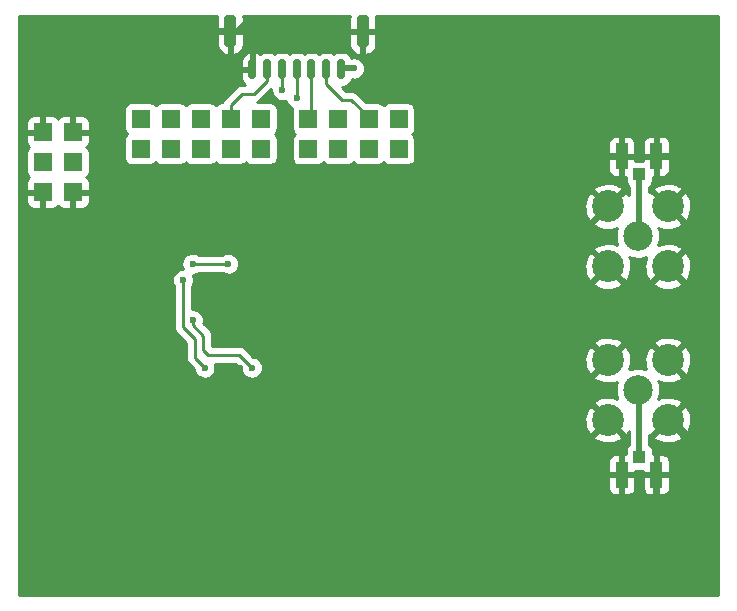
<source format=gbr>
%TF.GenerationSoftware,KiCad,Pcbnew,6.0.10+dfsg-1~bpo11+1*%
%TF.CreationDate,2023-02-03T00:16:52+00:00*%
%TF.ProjectId,ISM02A,49534d30-3241-42e6-9b69-6361645f7063,REV*%
%TF.SameCoordinates,Original*%
%TF.FileFunction,Copper,L1,Top*%
%TF.FilePolarity,Positive*%
%FSLAX46Y46*%
G04 Gerber Fmt 4.6, Leading zero omitted, Abs format (unit mm)*
G04 Created by KiCad (PCBNEW 6.0.10+dfsg-1~bpo11+1) date 2023-02-03 00:16:52*
%MOMM*%
%LPD*%
G01*
G04 APERTURE LIST*
G04 Aperture macros list*
%AMRoundRect*
0 Rectangle with rounded corners*
0 $1 Rounding radius*
0 $2 $3 $4 $5 $6 $7 $8 $9 X,Y pos of 4 corners*
0 Add a 4 corners polygon primitive as box body*
4,1,4,$2,$3,$4,$5,$6,$7,$8,$9,$2,$3,0*
0 Add four circle primitives for the rounded corners*
1,1,$1+$1,$2,$3*
1,1,$1+$1,$4,$5*
1,1,$1+$1,$6,$7*
1,1,$1+$1,$8,$9*
0 Add four rect primitives between the rounded corners*
20,1,$1+$1,$2,$3,$4,$5,0*
20,1,$1+$1,$4,$5,$6,$7,0*
20,1,$1+$1,$6,$7,$8,$9,0*
20,1,$1+$1,$8,$9,$2,$3,0*%
G04 Aperture macros list end*
%TA.AperFunction,ComponentPad*%
%ADD10C,6.000000*%
%TD*%
%TA.AperFunction,SMDPad,CuDef*%
%ADD11RoundRect,0.150000X0.150000X0.700000X-0.150000X0.700000X-0.150000X-0.700000X0.150000X-0.700000X0*%
%TD*%
%TA.AperFunction,SMDPad,CuDef*%
%ADD12RoundRect,0.250000X0.250000X1.100000X-0.250000X1.100000X-0.250000X-1.100000X0.250000X-1.100000X0*%
%TD*%
%TA.AperFunction,ComponentPad*%
%ADD13R,1.524000X1.524000*%
%TD*%
%TA.AperFunction,ComponentPad*%
%ADD14C,2.500000*%
%TD*%
%TA.AperFunction,ComponentPad*%
%ADD15C,2.700000*%
%TD*%
%TA.AperFunction,SMDPad,CuDef*%
%ADD16R,1.000000X1.050000*%
%TD*%
%TA.AperFunction,SMDPad,CuDef*%
%ADD17R,1.050000X2.200000*%
%TD*%
%TA.AperFunction,ComponentPad*%
%ADD18C,0.500000*%
%TD*%
%TA.AperFunction,SMDPad,CuDef*%
%ADD19RoundRect,0.250000X1.050000X-1.050000X1.050000X1.050000X-1.050000X1.050000X-1.050000X-1.050000X0*%
%TD*%
%TA.AperFunction,ViaPad*%
%ADD20C,0.600000*%
%TD*%
%TA.AperFunction,Conductor*%
%ADD21C,0.500000*%
%TD*%
%TA.AperFunction,Conductor*%
%ADD22C,0.250000*%
%TD*%
%TA.AperFunction,Conductor*%
%ADD23C,0.254000*%
%TD*%
G04 APERTURE END LIST*
D10*
%TO.P,M2,1*%
%TO.N,GND*%
X139700000Y-83820000D03*
%TD*%
%TO.P,M3,1*%
%TO.N,GND*%
X190500000Y-124460000D03*
%TD*%
D11*
%TO.P,J2,1*%
%TO.N,+5V*%
X162754000Y-84146000D03*
%TO.P,J2,2*%
%TO.N,/SCK*%
X161504000Y-84146000D03*
%TO.P,J2,3*%
%TO.N,/MISO*%
X160254000Y-84146000D03*
%TO.P,J2,4*%
%TO.N,/MOSI*%
X159004000Y-84146000D03*
%TO.P,J2,5*%
%TO.N,/#CS*%
X157754000Y-84146000D03*
%TO.P,J2,6*%
%TO.N,/BUSY*%
X156504000Y-84146000D03*
%TO.P,J2,7*%
%TO.N,GND*%
X155254000Y-84146000D03*
D12*
%TO.P,J2,MP*%
X164604000Y-80946000D03*
X153404000Y-80946000D03*
%TD*%
D13*
%TO.P,J5,1*%
%TO.N,/MISO*%
X160000000Y-90870000D03*
%TO.P,J5,2*%
X160000000Y-88330000D03*
%TD*%
%TO.P,J4,1*%
%TO.N,/SCK*%
X165100000Y-90870000D03*
%TO.P,J4,2*%
X165100000Y-88330000D03*
%TD*%
%TO.P,J3,1*%
%TO.N,/#RESET*%
X156000000Y-90870000D03*
%TO.P,J3,2*%
X156000000Y-88330000D03*
%TD*%
D14*
%TO.P,J12,1*%
%TO.N,Net-(C22-Pad2)*%
X187900000Y-111300000D03*
D15*
%TO.P,J12,2*%
%TO.N,GND*%
X190440000Y-108760000D03*
X190440000Y-113840000D03*
X185360000Y-113840000D03*
X185360000Y-108760000D03*
%TD*%
D13*
%TO.P,J10,1*%
%TO.N,/DIO3*%
X145800000Y-90870000D03*
%TO.P,J10,2*%
X145800000Y-88330000D03*
%TD*%
%TO.P,J7,1*%
%TO.N,/#CS*%
X167650000Y-90870000D03*
%TO.P,J7,2*%
X167650000Y-88330000D03*
%TD*%
%TO.P,J9,1*%
%TO.N,/DIO2*%
X148350000Y-90870000D03*
%TO.P,J9,2*%
X148350000Y-88330000D03*
%TD*%
%TO.P,J8,1*%
%TO.N,/DIO1*%
X150900000Y-90870000D03*
%TO.P,J8,2*%
X150900000Y-88330000D03*
%TD*%
%TO.P,J11,1*%
%TO.N,/BUSY*%
X153450000Y-90870000D03*
%TO.P,J11,2*%
X153450000Y-88330000D03*
%TD*%
%TO.P,J6,1*%
%TO.N,/MOSI*%
X162550000Y-90870000D03*
%TO.P,J6,2*%
X162550000Y-88330000D03*
%TD*%
D10*
%TO.P,M1,1*%
%TO.N,GND*%
X190500000Y-83820000D03*
%TD*%
D14*
%TO.P,J14,1*%
%TO.N,Net-(C23-Pad2)*%
X187900000Y-98300000D03*
D15*
%TO.P,J14,2*%
%TO.N,GND*%
X185360000Y-95760000D03*
X185360000Y-100840000D03*
X190440000Y-100840000D03*
X190440000Y-95760000D03*
%TD*%
D16*
%TO.P,J15,1*%
%TO.N,Net-(C23-Pad2)*%
X188000000Y-93050000D03*
D17*
%TO.P,J15,2*%
%TO.N,GND*%
X189475000Y-91525000D03*
X186525000Y-91525000D03*
%TD*%
D16*
%TO.P,J13,1*%
%TO.N,Net-(C22-Pad2)*%
X188000000Y-116950000D03*
D17*
%TO.P,J13,2*%
%TO.N,GND*%
X189475000Y-118475000D03*
X186525000Y-118475000D03*
%TD*%
D13*
%TO.P,J1,1*%
%TO.N,GND*%
X137530000Y-89460000D03*
%TO.P,J1,2*%
X140070000Y-89460000D03*
%TO.P,J1,3*%
%TO.N,+5V*%
X137530000Y-92000000D03*
%TO.P,J1,4*%
X140070000Y-92000000D03*
%TO.P,J1,5*%
%TO.N,GND*%
X137530000Y-94540000D03*
%TO.P,J1,6*%
X140070000Y-94540000D03*
%TD*%
D10*
%TO.P,M4,1*%
%TO.N,GND*%
X139700000Y-124460000D03*
%TD*%
D18*
%TO.P,U1,25*%
%TO.N,GND*%
X154250000Y-105900000D03*
X152150000Y-106950000D03*
X153200000Y-105900000D03*
X152150000Y-104850000D03*
X154250000Y-104850000D03*
X152150000Y-105900000D03*
X154250000Y-106950000D03*
X153200000Y-106950000D03*
X153200000Y-104850000D03*
D19*
X153200000Y-105900000D03*
%TD*%
D20*
%TO.N,GND*%
X148400000Y-102300000D03*
X146800000Y-102300000D03*
X154700000Y-112900000D03*
X151700000Y-112900000D03*
X153900000Y-114200000D03*
X136600000Y-97800000D03*
X138800000Y-97700000D03*
X170000000Y-97500000D03*
X171000000Y-100000000D03*
X175000000Y-117500000D03*
X170000000Y-92500000D03*
X163000000Y-113000000D03*
X166000000Y-115000000D03*
X170400000Y-103200000D03*
X142500000Y-117500000D03*
X166000000Y-111000000D03*
X160698660Y-106595817D03*
X162000000Y-111000000D03*
X172500000Y-82500000D03*
X170000000Y-120000000D03*
X167000000Y-100000000D03*
X158600000Y-99200000D03*
X160000000Y-117500000D03*
X175000000Y-80000000D03*
X150000000Y-120000000D03*
X193000000Y-92000000D03*
X193000000Y-112000000D03*
X172500000Y-125000000D03*
X164000000Y-115000000D03*
X178000000Y-109000000D03*
X180000000Y-85000000D03*
X149200000Y-113200000D03*
X193000000Y-88000000D03*
X157200000Y-113200000D03*
X183000000Y-122000000D03*
X169000000Y-100000000D03*
X160000000Y-80000000D03*
X179000000Y-117000000D03*
X142500000Y-120000000D03*
X177500000Y-92500000D03*
X175000000Y-90000000D03*
X169000000Y-113000000D03*
X155000000Y-82200000D03*
X181000000Y-123000000D03*
X187000000Y-103000000D03*
X170000000Y-80000000D03*
X187800000Y-106200000D03*
X167500000Y-85000000D03*
X189000000Y-121000000D03*
X193000000Y-110000000D03*
X150000000Y-122500000D03*
X162500000Y-117500000D03*
X168000000Y-111000000D03*
X156500000Y-111700000D03*
X179000000Y-110000000D03*
X165000000Y-125000000D03*
X185000000Y-118400000D03*
X159200000Y-106600000D03*
X142500000Y-105000000D03*
X180000000Y-106800000D03*
X162400000Y-82200000D03*
X193000000Y-102000000D03*
X183000000Y-84000000D03*
X172500000Y-117500000D03*
X167500000Y-120000000D03*
X181000000Y-114000000D03*
X157500000Y-122500000D03*
X153200000Y-113500000D03*
X175000000Y-122500000D03*
X184000000Y-116000000D03*
X189200000Y-103400000D03*
X174000000Y-109000000D03*
X154200000Y-109400000D03*
X191000000Y-104000000D03*
X193000000Y-120000000D03*
X174000000Y-102000000D03*
X178000000Y-115000000D03*
X170000000Y-85000000D03*
X180000000Y-90000000D03*
X167500000Y-122500000D03*
X185000000Y-85000000D03*
X178000000Y-106800000D03*
X183000000Y-120000000D03*
X140000000Y-105000000D03*
X185000000Y-83000000D03*
X181000000Y-113000000D03*
X162500000Y-120000000D03*
X155000000Y-122500000D03*
X162500000Y-122500000D03*
X146400000Y-97600000D03*
X183000000Y-128000000D03*
X185000000Y-93000000D03*
X181000000Y-110000000D03*
X147500000Y-122500000D03*
X172500000Y-87500000D03*
X185000000Y-120000000D03*
X172500000Y-122500000D03*
X186000000Y-104000000D03*
X183000000Y-82000000D03*
X183000000Y-102000000D03*
X177500000Y-82500000D03*
X185000000Y-91600000D03*
X180000000Y-87500000D03*
X172500000Y-80000000D03*
X161000000Y-113000000D03*
X183000000Y-98000000D03*
X160000000Y-125000000D03*
X185000000Y-87000000D03*
X147000000Y-80000000D03*
X167500000Y-82500000D03*
X157500000Y-120000000D03*
X193000000Y-94000000D03*
X150000000Y-125000000D03*
X152250011Y-109399981D03*
X185000000Y-117000000D03*
X180000000Y-97500000D03*
X164000000Y-102000000D03*
X191000000Y-120000000D03*
X183000000Y-110000000D03*
X170000000Y-102000000D03*
X137500000Y-112500000D03*
X165600000Y-106600000D03*
X170000000Y-82500000D03*
X157500000Y-93900000D03*
X174600000Y-106600000D03*
X175000000Y-100000000D03*
X151400000Y-97600000D03*
X157800000Y-106600000D03*
X175000000Y-108000000D03*
X170000000Y-87500000D03*
X175000000Y-110000000D03*
X140000000Y-110000000D03*
X155000000Y-117500000D03*
X172500000Y-97500000D03*
X190999990Y-117000000D03*
X142500000Y-102500000D03*
X145000000Y-80000000D03*
X191000000Y-118400000D03*
X185000000Y-127000000D03*
X170000000Y-117500000D03*
X162000000Y-102000000D03*
X167200046Y-106600000D03*
X183000000Y-117000000D03*
X163500000Y-93900000D03*
X142400000Y-110200000D03*
X170000000Y-125000000D03*
X183000000Y-80000000D03*
X149000000Y-80000000D03*
X156500000Y-110000000D03*
X177500000Y-87500000D03*
X147500000Y-100000000D03*
X193000000Y-114000000D03*
X175000000Y-97500000D03*
X173000000Y-113000000D03*
X157500000Y-125000000D03*
X155000000Y-120000000D03*
X182000000Y-115000000D03*
X165000000Y-100000000D03*
X183000000Y-86000000D03*
X137500000Y-115000000D03*
X193000000Y-96000000D03*
X140000000Y-117500000D03*
X180000000Y-109000000D03*
X172600000Y-106600000D03*
X172000000Y-115000000D03*
X164000000Y-106600000D03*
X167500000Y-80000000D03*
X158000000Y-115000000D03*
X147500000Y-117500000D03*
X166600000Y-103400000D03*
X185000000Y-80000000D03*
X149400000Y-107200000D03*
X189000000Y-89000000D03*
X191000000Y-93000000D03*
X185000000Y-123000000D03*
X170000000Y-122500000D03*
X145000000Y-82500000D03*
X175000000Y-85000000D03*
X179000000Y-122000000D03*
X165000000Y-120000000D03*
X167000000Y-113000000D03*
X170000000Y-115000000D03*
X183000000Y-92000000D03*
X187000000Y-80000000D03*
X183000000Y-88000000D03*
X177500000Y-80000000D03*
X183000000Y-96000000D03*
X180000000Y-95000000D03*
X193000000Y-108000000D03*
X178000000Y-118000000D03*
X168000000Y-115000000D03*
X193000000Y-98000000D03*
X183000000Y-108000000D03*
X155000000Y-125000000D03*
X175000000Y-113000000D03*
X167500000Y-125000000D03*
X152600000Y-114200000D03*
X172500000Y-120000000D03*
X174600000Y-104000000D03*
X181000000Y-119000000D03*
X193000000Y-116000000D03*
X170000000Y-90000000D03*
X179000000Y-128000000D03*
X177500000Y-85000000D03*
X168000000Y-102000000D03*
X140000000Y-107500034D03*
X165000000Y-122500000D03*
X181000000Y-117000000D03*
X185000000Y-90000000D03*
X180000000Y-80000000D03*
X140000000Y-115000000D03*
X172500000Y-85000000D03*
X179000000Y-124000000D03*
X151200000Y-116200000D03*
X155000000Y-80000000D03*
X180000000Y-115000000D03*
X167500000Y-117500000D03*
X173000000Y-100000000D03*
X182000000Y-109000000D03*
X171000000Y-110000000D03*
X140000000Y-102500000D03*
X173000000Y-108000000D03*
X182000000Y-104000000D03*
X175000000Y-120000000D03*
X152500000Y-125000000D03*
X152500000Y-122500000D03*
X162500000Y-125000000D03*
X193000000Y-90000000D03*
X181000000Y-108000000D03*
X172000000Y-109000000D03*
X162400000Y-106600000D03*
X188800000Y-105000000D03*
X193000000Y-100000000D03*
X180000000Y-82500000D03*
X184000000Y-106800000D03*
X185000000Y-81000000D03*
X170800000Y-106600000D03*
X179000000Y-126000000D03*
X191000000Y-90000000D03*
X165000000Y-113000000D03*
X183000000Y-100000000D03*
X172500000Y-92500000D03*
X193000000Y-106000000D03*
X140000000Y-112500000D03*
X174000000Y-115000000D03*
X183000000Y-126000000D03*
X142500000Y-112500000D03*
X187000000Y-89000000D03*
X177500000Y-90000000D03*
X191000000Y-106000000D03*
X184000000Y-104000000D03*
X183000000Y-90000000D03*
X147500000Y-82500000D03*
X182000000Y-106800000D03*
X147500000Y-125000000D03*
X180000000Y-113000000D03*
X147500000Y-115000000D03*
X157400000Y-82200000D03*
X181000000Y-127000000D03*
X186000000Y-106800000D03*
X166000000Y-102000000D03*
X175000000Y-87500000D03*
X147500000Y-112500000D03*
X191000000Y-91600000D03*
X175000000Y-125000000D03*
X162500000Y-97500000D03*
X172500000Y-90000000D03*
X193000000Y-118000000D03*
X157500000Y-117500000D03*
X179000000Y-120000000D03*
X185000000Y-125000000D03*
X178000000Y-104000000D03*
X160000000Y-122500000D03*
X172000000Y-102000000D03*
X157500000Y-97500000D03*
X165000000Y-103400000D03*
X152500000Y-117500000D03*
X150000000Y-82500000D03*
X151000000Y-80000000D03*
X167500000Y-97500000D03*
X162000000Y-115000000D03*
X165000000Y-117500000D03*
X171000000Y-108000000D03*
X183000000Y-124000000D03*
X164000000Y-111000000D03*
X169000012Y-106600000D03*
X147500000Y-120000000D03*
X187000000Y-121000000D03*
X160000000Y-115000000D03*
X175000000Y-82500000D03*
X152500000Y-120000000D03*
X181000000Y-121000000D03*
X162500000Y-80000000D03*
X161800000Y-99000000D03*
X160000000Y-120000000D03*
X157500000Y-80000000D03*
X159999996Y-82200000D03*
X183000000Y-94000000D03*
X181000000Y-125000000D03*
X150000000Y-117500000D03*
X193000000Y-104000000D03*
X137500000Y-120000000D03*
X137500000Y-117500000D03*
X175000000Y-92500000D03*
X180000000Y-104000000D03*
X142500000Y-115000000D03*
X180000000Y-92500000D03*
X173000000Y-110000000D03*
X180000000Y-100000000D03*
%TO.N,+5V*%
X163830000Y-84074000D03*
%TO.N,+3V3*%
X153200000Y-100600000D03*
X155200000Y-109400000D03*
X150200000Y-105400000D03*
X150199974Y-100599982D03*
%TO.N,/MOSI*%
X159000000Y-86600000D03*
%TO.N,/#CS*%
X157800000Y-85900000D03*
%TO.N,/DIO3*%
X149400000Y-102000046D03*
X151243519Y-109400000D03*
%TD*%
D21*
%TO.N,GND*%
X179000000Y-119000000D02*
X178000000Y-118000000D01*
X183000000Y-94000000D02*
X183000000Y-92000000D01*
X180000000Y-95000000D02*
X180000000Y-92500000D01*
X140000000Y-105000000D02*
X140000000Y-107500034D01*
X190840000Y-113840000D02*
X193000000Y-116000000D01*
X189475000Y-120525000D02*
X189000000Y-121000000D01*
X157500000Y-80000000D02*
X160000000Y-80000000D01*
X151946000Y-80946000D02*
X151000000Y-80000000D01*
X183000000Y-122000000D02*
X183000000Y-120000000D01*
X143320001Y-80820001D02*
X145000000Y-82500000D01*
X171000000Y-100000000D02*
X169000000Y-100000000D01*
X172600000Y-106600000D02*
X174600000Y-106600000D01*
X175000000Y-80000000D02*
X172500000Y-80000000D01*
X165000000Y-122500000D02*
X162500000Y-122500000D01*
X193000000Y-102000000D02*
X193000000Y-100000000D01*
X157500000Y-120000000D02*
X160000000Y-120000000D01*
X162000000Y-111000000D02*
X164000000Y-111000000D01*
X142500000Y-112500000D02*
X140000000Y-112500000D01*
X189475000Y-118475000D02*
X190925000Y-118475000D01*
X170000000Y-85000000D02*
X167500000Y-85000000D01*
X186525000Y-91525000D02*
X185075000Y-91525000D01*
X185000000Y-90000000D02*
X186000000Y-89000000D01*
X183000000Y-126000000D02*
X183000000Y-124000000D01*
X170000000Y-115000000D02*
X170000000Y-114000000D01*
X150000000Y-117500000D02*
X147500000Y-117500000D01*
X171000000Y-108000000D02*
X173000000Y-108000000D01*
X153404000Y-80946000D02*
X154054000Y-80946000D01*
X175000000Y-122500000D02*
X172500000Y-122500000D01*
X173000000Y-113000000D02*
X175000000Y-113000000D01*
X179000000Y-128000000D02*
X179000000Y-126000000D01*
X167000000Y-113000000D02*
X165000000Y-113000000D01*
X182000000Y-115000000D02*
X183000000Y-115000000D01*
X165000000Y-117500000D02*
X162500000Y-117500000D01*
X155000000Y-122500000D02*
X152500000Y-122500000D01*
X162500000Y-120000000D02*
X165000000Y-120000000D01*
X150000000Y-122500000D02*
X147500000Y-122500000D01*
X159204183Y-106595817D02*
X159200000Y-106600000D01*
X160000000Y-117500000D02*
X157500000Y-117500000D01*
X149000000Y-80000000D02*
X147000000Y-80000000D01*
X147500000Y-82500000D02*
X150000000Y-82500000D01*
X180000000Y-90000000D02*
X177500000Y-90000000D01*
X182000000Y-120000000D02*
X181000000Y-119000000D01*
X181000000Y-110000000D02*
X183000000Y-110000000D01*
X175000000Y-117500000D02*
X172500000Y-117500000D01*
X163000000Y-113000000D02*
X161000000Y-113000000D01*
X152600000Y-114100000D02*
X153200000Y-113500000D01*
X180000000Y-109000000D02*
X178000000Y-109000000D01*
X182000000Y-104000000D02*
X184000000Y-104000000D01*
X189000000Y-89000000D02*
X190000000Y-89000000D01*
X142699999Y-80820001D02*
X143320001Y-80820001D01*
X170000000Y-115000000D02*
X168000000Y-115000000D01*
X182000000Y-106800000D02*
X184000000Y-106800000D01*
X185075000Y-118475000D02*
X185000000Y-118400000D01*
X188800000Y-103800000D02*
X189200000Y-103400000D01*
X186525000Y-118475000D02*
X185075000Y-118475000D01*
X178000000Y-115000000D02*
X178000000Y-116000000D01*
X183000000Y-86000000D02*
X183000000Y-84000000D01*
X175000000Y-85000000D02*
X172500000Y-85000000D01*
X165600000Y-106600000D02*
X167200046Y-106600000D01*
X137500000Y-112500000D02*
X137500000Y-115000000D01*
X166000000Y-111000000D02*
X168000000Y-111000000D01*
X147500000Y-115000000D02*
X147500000Y-112500000D01*
X179000000Y-120000000D02*
X179000000Y-119000000D01*
X167500000Y-82500000D02*
X170000000Y-82500000D01*
X172000000Y-109000000D02*
X174000000Y-109000000D01*
X189475000Y-91525000D02*
X190925000Y-91525000D01*
X152600000Y-114200000D02*
X152600000Y-114100000D01*
X166000000Y-115000000D02*
X164000000Y-115000000D01*
X175000000Y-90000000D02*
X172500000Y-90000000D01*
X183000000Y-82000000D02*
X183000000Y-80000000D01*
X165000000Y-103400000D02*
X166600000Y-103400000D01*
X193000000Y-110000000D02*
X193000000Y-108000000D01*
X189475000Y-118475000D02*
X189475000Y-120525000D01*
X189200000Y-103400000D02*
X190400000Y-103400000D01*
X179000000Y-124000000D02*
X179000000Y-122000000D01*
X186000000Y-89000000D02*
X187000000Y-89000000D01*
X181000000Y-121000000D02*
X181000000Y-123000000D01*
X178000000Y-116000000D02*
X179000000Y-117000000D01*
X175000000Y-110000000D02*
X173000000Y-110000000D01*
X185000000Y-118400000D02*
X185000000Y-117000000D01*
X157500000Y-125000000D02*
X160000000Y-125000000D01*
X139700000Y-83820000D02*
X142699999Y-80820001D01*
X170000000Y-102000000D02*
X168000000Y-102000000D01*
X188800000Y-105000000D02*
X188800000Y-103800000D01*
X170000000Y-80000000D02*
X167500000Y-80000000D01*
X152500000Y-125000000D02*
X155000000Y-125000000D01*
X185075000Y-91525000D02*
X185000000Y-91600000D01*
X162400000Y-106600000D02*
X164000000Y-106600000D01*
X183000000Y-102000000D02*
X183000000Y-100000000D01*
X193000000Y-106000000D02*
X193000000Y-104000000D01*
X175000000Y-97500000D02*
X172500000Y-97500000D01*
X185000000Y-80000000D02*
X187000000Y-80000000D01*
X170000000Y-122500000D02*
X167500000Y-122500000D01*
X167000000Y-100000000D02*
X165000000Y-100000000D01*
X170000000Y-114000000D02*
X169000000Y-113000000D01*
X172500000Y-125000000D02*
X175000000Y-125000000D01*
X186000000Y-104000000D02*
X187000000Y-103000000D01*
X170000000Y-117500000D02*
X167500000Y-117500000D01*
X187200000Y-106800000D02*
X187800000Y-106200000D01*
X183000000Y-108000000D02*
X181000000Y-108000000D01*
X167500000Y-120000000D02*
X170000000Y-120000000D01*
X160698660Y-106595817D02*
X159204183Y-106595817D01*
X183000000Y-115000000D02*
X184000000Y-116000000D01*
X185000000Y-127000000D02*
X185000000Y-125000000D01*
X155000000Y-117500000D02*
X152500000Y-117500000D01*
X183000000Y-90000000D02*
X183000000Y-88000000D01*
X180000000Y-113000000D02*
X181000000Y-113000000D01*
X162400000Y-82200000D02*
X159999996Y-82200000D01*
X190440000Y-113840000D02*
X190840000Y-113840000D01*
X170200000Y-106600000D02*
X170800000Y-106600000D01*
X166000000Y-102000000D02*
X164000000Y-102000000D01*
X157500000Y-98100000D02*
X158600000Y-99200000D01*
X186000000Y-106800000D02*
X187200000Y-106800000D01*
X193000000Y-94000000D02*
X193000000Y-92000000D01*
X190000000Y-89000000D02*
X191000000Y-90000000D01*
X160000000Y-122500000D02*
X157500000Y-122500000D01*
X186525000Y-91525000D02*
X186475000Y-91525000D01*
X147500000Y-125000000D02*
X150000000Y-125000000D01*
X170000000Y-92500000D02*
X172500000Y-92500000D01*
X162000000Y-115000000D02*
X160000000Y-115000000D01*
X190400000Y-103400000D02*
X191000000Y-104000000D01*
X180000000Y-80000000D02*
X177500000Y-80000000D01*
X181000000Y-117000000D02*
X183000000Y-117000000D01*
X152500000Y-120000000D02*
X155000000Y-120000000D01*
X190925000Y-118475000D02*
X191000000Y-118400000D01*
X142500000Y-117500000D02*
X140000000Y-117500000D01*
X153404000Y-80946000D02*
X151946000Y-80946000D01*
X180000000Y-85000000D02*
X177500000Y-85000000D01*
X172500000Y-87500000D02*
X175000000Y-87500000D01*
X183000000Y-120000000D02*
X182000000Y-120000000D01*
X180000000Y-100000000D02*
X180000000Y-97500000D01*
X142500000Y-110300000D02*
X142400000Y-110200000D01*
X154054000Y-80946000D02*
X155000000Y-80000000D01*
X177500000Y-87500000D02*
X180000000Y-87500000D01*
X193000000Y-118000000D02*
X193000000Y-120000000D01*
X193000000Y-98000000D02*
X193000000Y-96000000D01*
X178000000Y-109000000D02*
X179000000Y-110000000D01*
X167500000Y-125000000D02*
X170000000Y-125000000D01*
X190925000Y-91525000D02*
X191000000Y-91600000D01*
X175000000Y-92500000D02*
X177500000Y-92500000D01*
X178000000Y-104000000D02*
X180000000Y-104000000D01*
X193000000Y-114000000D02*
X193000000Y-112000000D01*
X174000000Y-102000000D02*
X172000000Y-102000000D01*
X172500000Y-82500000D02*
X175000000Y-82500000D01*
X170000000Y-90000000D02*
X170000000Y-87500000D01*
X169000012Y-106600000D02*
X170200000Y-106600000D01*
X178000000Y-115000000D02*
X180000000Y-115000000D01*
X172500000Y-120000000D02*
X175000000Y-120000000D01*
X137500000Y-117500000D02*
X137500000Y-120000000D01*
X147500000Y-120000000D02*
X150000000Y-120000000D01*
X183000000Y-120000000D02*
X185000000Y-120000000D01*
X142500000Y-112500000D02*
X142500000Y-110300000D01*
X162500000Y-125000000D02*
X165000000Y-125000000D01*
X178000000Y-106800000D02*
X180000000Y-106800000D01*
X174000000Y-115000000D02*
X172000000Y-115000000D01*
X157500000Y-97500000D02*
X157500000Y-98100000D01*
X181000000Y-125000000D02*
X181000000Y-127000000D01*
X185000000Y-81000000D02*
X185000000Y-83000000D01*
X170000000Y-97500000D02*
X167500000Y-97500000D01*
X175000000Y-100000000D02*
X173000000Y-100000000D01*
X155000000Y-82200000D02*
X157400000Y-82200000D01*
X177500000Y-82500000D02*
X180000000Y-82500000D01*
X183000000Y-98000000D02*
X183000000Y-96000000D01*
X185000000Y-120000000D02*
X185000000Y-118400000D01*
X185000000Y-85000000D02*
X185000000Y-87000000D01*
X140000000Y-115000000D02*
X142500000Y-115000000D01*
X193000000Y-90000000D02*
X193000000Y-88000000D01*
%TO.N,+5V*%
X163830000Y-84074000D02*
X162826000Y-84074000D01*
X162826000Y-84074000D02*
X162754000Y-84146000D01*
D22*
%TO.N,+3V3*%
X154900001Y-109100001D02*
X155200000Y-109400000D01*
X150200000Y-105400000D02*
X150200000Y-105800000D01*
X150200000Y-105800000D02*
X151100000Y-106700000D01*
X151100000Y-107900000D02*
X151500000Y-108300000D01*
X154100000Y-108300000D02*
X154900001Y-109100001D01*
X150199992Y-100600000D02*
X150199974Y-100599982D01*
X151500000Y-108300000D02*
X154100000Y-108300000D01*
X151100000Y-106700000D02*
X151100000Y-107900000D01*
X153200000Y-100600000D02*
X150199992Y-100600000D01*
D21*
%TO.N,Net-(C22-Pad2)*%
X188000000Y-116950000D02*
X188000000Y-111400000D01*
X188000000Y-111400000D02*
X187900000Y-111300000D01*
%TO.N,Net-(C23-Pad2)*%
X188000000Y-93050000D02*
X188000000Y-98200000D01*
X188000000Y-98200000D02*
X187900000Y-98300000D01*
D22*
%TO.N,/SCK*%
X161504000Y-84146000D02*
X161504000Y-85404000D01*
X162846000Y-86746000D02*
X163646000Y-86746000D01*
X165100000Y-88200000D02*
X165100000Y-88330000D01*
X161504000Y-85404000D02*
X162846000Y-86746000D01*
X161504000Y-84146000D02*
X161544000Y-84186000D01*
X163646000Y-86746000D02*
X165100000Y-88200000D01*
%TO.N,/MISO*%
X160154000Y-88176000D02*
X160000000Y-88330000D01*
X160254000Y-84146000D02*
X160254000Y-88076000D01*
X160254000Y-88076000D02*
X160000000Y-88330000D01*
%TO.N,/MOSI*%
X159004000Y-86596000D02*
X159000000Y-86600000D01*
X159004000Y-84146000D02*
X159004000Y-86596000D01*
%TO.N,/#CS*%
X157754000Y-85854000D02*
X157800000Y-85900000D01*
X157754000Y-84146000D02*
X157754000Y-85854000D01*
%TO.N,/DIO3*%
X149400000Y-106000000D02*
X149400000Y-102424310D01*
X150400000Y-107000000D02*
X149400000Y-106000000D01*
X150400000Y-108556481D02*
X150400000Y-107000000D01*
X151243519Y-109400000D02*
X150400000Y-108556481D01*
X149400000Y-102424310D02*
X149400000Y-102000046D01*
%TO.N,/BUSY*%
X153450000Y-87150000D02*
X154400000Y-86200000D01*
X156504000Y-84146000D02*
X156464000Y-84186000D01*
X155400000Y-86200000D02*
X156504000Y-85096000D01*
X154400000Y-86200000D02*
X155400000Y-86200000D01*
X153450000Y-88330000D02*
X153450000Y-87150000D01*
X156504000Y-85096000D02*
X156504000Y-84146000D01*
%TD*%
%TO.N,GND*%
D23*
X152264776Y-79839559D02*
X152264776Y-80818000D01*
X154543224Y-80818000D01*
X154543224Y-79835025D01*
X154498189Y-79628000D01*
X163495194Y-79628000D01*
X163464776Y-79839559D01*
X163464776Y-80818000D01*
X165743224Y-80818000D01*
X165743224Y-79835025D01*
X165698189Y-79628000D01*
X194692000Y-79628000D01*
X194692001Y-128652000D01*
X135508000Y-128652000D01*
X135508000Y-118603000D01*
X185358163Y-118603000D01*
X185358163Y-119591588D01*
X185438795Y-119892512D01*
X185586185Y-120068165D01*
X185779814Y-120179956D01*
X185988976Y-120216837D01*
X186397000Y-120216837D01*
X186397000Y-118603000D01*
X186653000Y-118603000D01*
X186653000Y-120216837D01*
X187066588Y-120216837D01*
X187367512Y-120136205D01*
X187543165Y-119988815D01*
X187654956Y-119795186D01*
X187691837Y-119586024D01*
X187691837Y-118603000D01*
X188308163Y-118603000D01*
X188308163Y-119591588D01*
X188388795Y-119892512D01*
X188536185Y-120068165D01*
X188729814Y-120179956D01*
X188938976Y-120216837D01*
X189347000Y-120216837D01*
X189347000Y-118603000D01*
X189603000Y-118603000D01*
X189603000Y-120216837D01*
X190016588Y-120216837D01*
X190317512Y-120136205D01*
X190493165Y-119988815D01*
X190604956Y-119795186D01*
X190641837Y-119586024D01*
X190641837Y-118603000D01*
X189603000Y-118603000D01*
X189347000Y-118603000D01*
X188308163Y-118603000D01*
X187691837Y-118603000D01*
X186653000Y-118603000D01*
X186397000Y-118603000D01*
X185358163Y-118603000D01*
X135508000Y-118603000D01*
X135508000Y-117363976D01*
X185358163Y-117363976D01*
X185358163Y-118347000D01*
X186397000Y-118347000D01*
X186397000Y-116733163D01*
X185983412Y-116733163D01*
X185682489Y-116813795D01*
X185506835Y-116961185D01*
X185395044Y-117154814D01*
X185358163Y-117363976D01*
X135508000Y-117363976D01*
X135508000Y-115333418D01*
X184047601Y-115333418D01*
X184262032Y-115498849D01*
X184512997Y-115639973D01*
X184781706Y-115743389D01*
X185062529Y-115806933D01*
X185349584Y-115829272D01*
X185636857Y-115809941D01*
X185918330Y-115749341D01*
X186188107Y-115648744D01*
X186440537Y-115510256D01*
X186673425Y-115334444D01*
X185360000Y-114021019D01*
X184047601Y-115333418D01*
X135508000Y-115333418D01*
X135508000Y-113784456D01*
X183371475Y-113784456D01*
X183384286Y-114072093D01*
X183438483Y-114354869D01*
X183532935Y-114626859D01*
X183665659Y-114882365D01*
X183862787Y-115156194D01*
X185178981Y-113840000D01*
X183868267Y-112529286D01*
X183726487Y-112704679D01*
X183579707Y-112952379D01*
X183470221Y-113218672D01*
X183400322Y-113497981D01*
X183371475Y-113784456D01*
X135508000Y-113784456D01*
X135508000Y-112339264D01*
X184040283Y-112339264D01*
X186855842Y-115154823D01*
X187043333Y-114900051D01*
X187116000Y-114763670D01*
X187116000Y-115919586D01*
X187006835Y-116011185D01*
X186895044Y-116204814D01*
X186858163Y-116413976D01*
X186858163Y-116733163D01*
X186653000Y-116733163D01*
X186653000Y-118347000D01*
X187691837Y-118347000D01*
X187691837Y-118116837D01*
X188308163Y-118116837D01*
X188308163Y-118347000D01*
X189347000Y-118347000D01*
X189347000Y-116733163D01*
X189603000Y-116733163D01*
X189603000Y-118347000D01*
X190641837Y-118347000D01*
X190641837Y-117358412D01*
X190561205Y-117057489D01*
X190413815Y-116881835D01*
X190220186Y-116770044D01*
X190011024Y-116733163D01*
X189603000Y-116733163D01*
X189347000Y-116733163D01*
X189141837Y-116733163D01*
X189141837Y-116408412D01*
X189061205Y-116107489D01*
X188913815Y-115931836D01*
X188884000Y-115914622D01*
X188884000Y-115333418D01*
X189127601Y-115333418D01*
X189342032Y-115498849D01*
X189592997Y-115639973D01*
X189861706Y-115743389D01*
X190142529Y-115806933D01*
X190429584Y-115829272D01*
X190716857Y-115809941D01*
X190998330Y-115749341D01*
X191268107Y-115648744D01*
X191520537Y-115510256D01*
X191753425Y-115334444D01*
X190440000Y-114021019D01*
X189127601Y-115333418D01*
X188884000Y-115333418D01*
X188884000Y-115074533D01*
X188942787Y-115156194D01*
X190258981Y-113840000D01*
X190621019Y-113840000D01*
X191935842Y-115154823D01*
X192123333Y-114900051D01*
X192258726Y-114645948D01*
X192356020Y-114374962D01*
X192413517Y-114091088D01*
X192424455Y-113699467D01*
X192382894Y-113412827D01*
X192300879Y-113136832D01*
X192179881Y-112875568D01*
X191945028Y-112515991D01*
X190621019Y-113840000D01*
X190258981Y-113840000D01*
X191749764Y-112349217D01*
X191612089Y-112232666D01*
X191367783Y-112080303D01*
X191104042Y-111964803D01*
X190826391Y-111888586D01*
X190540644Y-111853248D01*
X190252790Y-111859528D01*
X189968858Y-111907297D01*
X189694795Y-111995553D01*
X189642398Y-112021279D01*
X189717896Y-111814413D01*
X189774295Y-111538434D01*
X189784447Y-111163275D01*
X189743054Y-110884650D01*
X189661418Y-110616792D01*
X189643656Y-110579470D01*
X189861706Y-110663389D01*
X190142529Y-110726933D01*
X190429584Y-110749272D01*
X190716857Y-110729941D01*
X190998330Y-110669341D01*
X191268107Y-110568744D01*
X191520537Y-110430256D01*
X191753425Y-110254444D01*
X190258981Y-108760000D01*
X190621019Y-108760000D01*
X191935842Y-110074823D01*
X192123333Y-109820051D01*
X192258726Y-109565948D01*
X192356020Y-109294962D01*
X192413517Y-109011088D01*
X192424455Y-108619467D01*
X192382894Y-108332827D01*
X192300879Y-108056832D01*
X192179881Y-107795568D01*
X191945028Y-107435991D01*
X190621019Y-108760000D01*
X190258981Y-108760000D01*
X188948267Y-107449286D01*
X188806487Y-107624679D01*
X188659707Y-107872379D01*
X188550221Y-108138672D01*
X188480322Y-108417981D01*
X188451475Y-108704456D01*
X188464286Y-108992093D01*
X188518483Y-109274869D01*
X188612935Y-109546859D01*
X188618951Y-109558440D01*
X188477543Y-109501164D01*
X188205314Y-109435556D01*
X187926378Y-109410908D01*
X187646863Y-109427759D01*
X187372908Y-109485739D01*
X187181959Y-109556943D01*
X187276020Y-109294962D01*
X187333517Y-109011088D01*
X187344455Y-108619467D01*
X187302894Y-108332827D01*
X187220879Y-108056832D01*
X187099881Y-107795568D01*
X186865028Y-107435991D01*
X184047601Y-110253418D01*
X184262032Y-110418849D01*
X184512997Y-110559973D01*
X184781706Y-110663389D01*
X185062529Y-110726933D01*
X185349584Y-110749272D01*
X185636857Y-110729941D01*
X185918330Y-110669341D01*
X186153756Y-110581553D01*
X186069261Y-110833350D01*
X186020395Y-111109077D01*
X186012821Y-111388997D01*
X186046705Y-111666962D01*
X186121302Y-111936866D01*
X186160196Y-112024429D01*
X186024042Y-111964803D01*
X185746391Y-111888586D01*
X185460644Y-111853248D01*
X185172790Y-111859528D01*
X184888858Y-111907297D01*
X184614795Y-111995553D01*
X184356343Y-112122447D01*
X184040283Y-112339264D01*
X135508000Y-112339264D01*
X135508000Y-101990173D01*
X148457279Y-101990173D01*
X148489352Y-102244054D01*
X148588516Y-102479956D01*
X148641001Y-102546176D01*
X148641000Y-106060243D01*
X148641001Y-106060249D01*
X148641001Y-106120213D01*
X148659688Y-106177724D01*
X148669150Y-106237467D01*
X148696609Y-106291357D01*
X148715297Y-106348874D01*
X148750846Y-106397803D01*
X148778302Y-106451689D01*
X148948657Y-106622045D01*
X148948659Y-106622046D01*
X149641001Y-107314389D01*
X149641000Y-108616724D01*
X149641001Y-108616730D01*
X149641001Y-108676694D01*
X149659688Y-108734205D01*
X149669150Y-108793948D01*
X149696609Y-108847838D01*
X149715297Y-108905355D01*
X149750846Y-108954284D01*
X149778302Y-109008170D01*
X149948657Y-109178526D01*
X149948659Y-109178527D01*
X150321120Y-109550989D01*
X150332871Y-109644008D01*
X150432035Y-109879910D01*
X150590985Y-110080456D01*
X150798010Y-110230869D01*
X151037859Y-110320068D01*
X151292860Y-110341480D01*
X151544225Y-110293530D01*
X151773436Y-110179749D01*
X151963605Y-110008520D01*
X152100722Y-109792458D01*
X152174879Y-109546838D01*
X152177750Y-109272699D01*
X152118084Y-109059000D01*
X153785613Y-109059000D01*
X154277601Y-109550989D01*
X154289352Y-109644008D01*
X154388516Y-109879910D01*
X154547466Y-110080456D01*
X154754491Y-110230869D01*
X154994340Y-110320068D01*
X155249341Y-110341480D01*
X155500706Y-110293530D01*
X155729917Y-110179749D01*
X155920086Y-110008520D01*
X156057203Y-109792458D01*
X156131360Y-109546838D01*
X156134231Y-109272699D01*
X156065234Y-109025580D01*
X155932672Y-108806694D01*
X155823800Y-108704456D01*
X183371475Y-108704456D01*
X183384286Y-108992093D01*
X183438483Y-109274869D01*
X183532935Y-109546859D01*
X183665659Y-109802365D01*
X183862787Y-110076194D01*
X185178981Y-108760000D01*
X183868267Y-107449286D01*
X183726487Y-107624679D01*
X183579707Y-107872379D01*
X183470221Y-108138672D01*
X183400322Y-108417981D01*
X183371475Y-108704456D01*
X155823800Y-108704456D01*
X155746130Y-108631520D01*
X155519353Y-108512963D01*
X155350449Y-108477061D01*
X154722046Y-107848659D01*
X154722045Y-107848657D01*
X154551690Y-107678303D01*
X154497801Y-107650844D01*
X154448873Y-107615296D01*
X154391359Y-107596610D01*
X154337468Y-107569150D01*
X154277726Y-107559688D01*
X154220213Y-107541001D01*
X154160250Y-107541001D01*
X154160244Y-107541000D01*
X151859000Y-107541000D01*
X151859000Y-107259264D01*
X184040283Y-107259264D01*
X185360000Y-108578981D01*
X186669764Y-107269217D01*
X186658008Y-107259264D01*
X189120283Y-107259264D01*
X190440000Y-108578981D01*
X191749764Y-107269217D01*
X191612089Y-107152666D01*
X191367783Y-107000303D01*
X191104042Y-106884803D01*
X190826391Y-106808586D01*
X190540644Y-106773248D01*
X190252790Y-106779528D01*
X189968858Y-106827297D01*
X189694795Y-106915553D01*
X189436343Y-107042447D01*
X189120283Y-107259264D01*
X186658008Y-107259264D01*
X186532089Y-107152666D01*
X186287783Y-107000303D01*
X186024042Y-106884803D01*
X185746391Y-106808586D01*
X185460644Y-106773248D01*
X185172790Y-106779528D01*
X184888858Y-106827297D01*
X184614795Y-106915553D01*
X184356343Y-107042447D01*
X184040283Y-107259264D01*
X151859000Y-107259264D01*
X151859000Y-106639756D01*
X151858999Y-106639750D01*
X151858999Y-106579786D01*
X151840312Y-106522275D01*
X151830850Y-106462532D01*
X151803391Y-106408642D01*
X151784703Y-106351125D01*
X151749154Y-106302196D01*
X151721698Y-106248310D01*
X151105588Y-105632200D01*
X151131360Y-105546838D01*
X151134231Y-105272699D01*
X151065234Y-105025580D01*
X150932672Y-104806694D01*
X150746130Y-104631520D01*
X150519353Y-104512963D01*
X150269047Y-104459759D01*
X150159000Y-104466683D01*
X150159000Y-102547247D01*
X150257203Y-102392504D01*
X150275042Y-102333418D01*
X184047601Y-102333418D01*
X184262032Y-102498849D01*
X184512997Y-102639973D01*
X184781706Y-102743389D01*
X185062529Y-102806933D01*
X185349584Y-102829272D01*
X185636857Y-102809941D01*
X185918330Y-102749341D01*
X186188107Y-102648744D01*
X186440537Y-102510256D01*
X186673425Y-102334444D01*
X186672399Y-102333418D01*
X189127601Y-102333418D01*
X189342032Y-102498849D01*
X189592997Y-102639973D01*
X189861706Y-102743389D01*
X190142529Y-102806933D01*
X190429584Y-102829272D01*
X190716857Y-102809941D01*
X190998330Y-102749341D01*
X191268107Y-102648744D01*
X191520537Y-102510256D01*
X191753425Y-102334444D01*
X190440000Y-101021019D01*
X189127601Y-102333418D01*
X186672399Y-102333418D01*
X185360000Y-101021019D01*
X184047601Y-102333418D01*
X150275042Y-102333418D01*
X150331360Y-102146884D01*
X150334231Y-101872745D01*
X150265234Y-101625626D01*
X150212384Y-101538361D01*
X150249315Y-101541462D01*
X150500680Y-101493512D01*
X150729891Y-101379731D01*
X150752915Y-101359000D01*
X152655573Y-101359000D01*
X152754491Y-101430869D01*
X152994340Y-101520068D01*
X153249341Y-101541480D01*
X153500706Y-101493530D01*
X153729917Y-101379749D01*
X153920086Y-101208520D01*
X154057203Y-100992458D01*
X154120002Y-100784456D01*
X183371475Y-100784456D01*
X183384286Y-101072093D01*
X183438483Y-101354869D01*
X183532935Y-101626859D01*
X183665659Y-101882365D01*
X183862787Y-102156194D01*
X185178981Y-100840000D01*
X183868267Y-99529286D01*
X183726487Y-99704679D01*
X183579707Y-99952379D01*
X183470221Y-100218672D01*
X183400322Y-100497981D01*
X183371475Y-100784456D01*
X154120002Y-100784456D01*
X154131360Y-100746838D01*
X154134231Y-100472699D01*
X154065234Y-100225580D01*
X153932672Y-100006694D01*
X153746130Y-99831520D01*
X153519353Y-99712963D01*
X153269047Y-99659759D01*
X153013653Y-99675827D01*
X152771990Y-99759984D01*
X152655423Y-99841000D01*
X150756218Y-99841000D01*
X150746104Y-99831502D01*
X150519327Y-99712945D01*
X150269021Y-99659741D01*
X150013627Y-99675809D01*
X149771964Y-99759966D01*
X149561834Y-99906010D01*
X149398719Y-100103182D01*
X149294635Y-100336957D01*
X149257253Y-100590109D01*
X149289326Y-100843990D01*
X149382339Y-101065260D01*
X149213653Y-101075873D01*
X148971990Y-101160030D01*
X148761860Y-101306074D01*
X148598745Y-101503246D01*
X148494661Y-101737021D01*
X148457279Y-101990173D01*
X135508000Y-101990173D01*
X135508000Y-99339264D01*
X184040283Y-99339264D01*
X186855842Y-102154823D01*
X187043333Y-101900051D01*
X187178726Y-101645948D01*
X187276020Y-101374962D01*
X187333517Y-101091088D01*
X187344455Y-100699467D01*
X187302894Y-100412827D01*
X187220879Y-100136832D01*
X187175871Y-100039648D01*
X187275567Y-100083101D01*
X187545985Y-100155812D01*
X187824179Y-100187755D01*
X188104041Y-100178226D01*
X188379419Y-100127436D01*
X188621974Y-100044154D01*
X188550221Y-100218672D01*
X188480322Y-100497981D01*
X188451475Y-100784456D01*
X188464286Y-101072093D01*
X188518483Y-101354869D01*
X188612935Y-101626859D01*
X188745659Y-101882365D01*
X188942787Y-102156194D01*
X190258981Y-100840000D01*
X190621019Y-100840000D01*
X191935842Y-102154823D01*
X192123333Y-101900051D01*
X192258726Y-101645948D01*
X192356020Y-101374962D01*
X192413517Y-101091088D01*
X192424455Y-100699467D01*
X192382894Y-100412827D01*
X192300879Y-100136832D01*
X192179881Y-99875568D01*
X191945028Y-99515991D01*
X190621019Y-100840000D01*
X190258981Y-100840000D01*
X191749764Y-99349217D01*
X191612089Y-99232666D01*
X191367783Y-99080303D01*
X191104042Y-98964803D01*
X190826391Y-98888586D01*
X190540644Y-98853248D01*
X190252790Y-98859528D01*
X189968858Y-98907297D01*
X189694795Y-98995553D01*
X189642398Y-99021279D01*
X189717896Y-98814413D01*
X189774295Y-98538434D01*
X189784447Y-98163275D01*
X189743054Y-97884650D01*
X189661418Y-97616792D01*
X189643656Y-97579470D01*
X189861706Y-97663389D01*
X190142529Y-97726933D01*
X190429584Y-97749272D01*
X190716857Y-97729941D01*
X190998330Y-97669341D01*
X191268107Y-97568744D01*
X191520537Y-97430256D01*
X191753425Y-97254444D01*
X190258981Y-95760000D01*
X190621019Y-95760000D01*
X191935842Y-97074823D01*
X192123333Y-96820051D01*
X192258726Y-96565948D01*
X192356020Y-96294962D01*
X192413517Y-96011088D01*
X192424455Y-95619467D01*
X192382894Y-95332827D01*
X192300879Y-95056832D01*
X192179881Y-94795568D01*
X191945028Y-94435991D01*
X190621019Y-95760000D01*
X190258981Y-95760000D01*
X188948267Y-94449286D01*
X188884000Y-94528789D01*
X188884000Y-94259264D01*
X189120283Y-94259264D01*
X190440000Y-95578981D01*
X191749764Y-94269217D01*
X191612089Y-94152666D01*
X191367783Y-94000303D01*
X191104042Y-93884803D01*
X190826391Y-93808586D01*
X190540644Y-93773248D01*
X190252790Y-93779528D01*
X189968858Y-93827297D01*
X189694795Y-93915553D01*
X189436343Y-94042447D01*
X189120283Y-94259264D01*
X188884000Y-94259264D01*
X188884000Y-94080415D01*
X188993165Y-93988815D01*
X189104956Y-93795186D01*
X189141837Y-93586024D01*
X189141837Y-93266837D01*
X189347000Y-93266837D01*
X189347000Y-91653000D01*
X189603000Y-91653000D01*
X189603000Y-93266837D01*
X190016588Y-93266837D01*
X190317512Y-93186205D01*
X190493165Y-93038815D01*
X190604956Y-92845186D01*
X190641837Y-92636024D01*
X190641837Y-91653000D01*
X189603000Y-91653000D01*
X189347000Y-91653000D01*
X188308163Y-91653000D01*
X188308163Y-91883163D01*
X187691837Y-91883163D01*
X187691837Y-91653000D01*
X186653000Y-91653000D01*
X186653000Y-93266837D01*
X186858163Y-93266837D01*
X186858163Y-93591588D01*
X186938795Y-93892512D01*
X187086185Y-94068165D01*
X187116000Y-94085378D01*
X187116000Y-94830373D01*
X187099881Y-94795568D01*
X186865028Y-94435991D01*
X184047601Y-97253418D01*
X184262032Y-97418849D01*
X184512997Y-97559973D01*
X184781706Y-97663389D01*
X185062529Y-97726933D01*
X185349584Y-97749272D01*
X185636857Y-97729941D01*
X185918330Y-97669341D01*
X186153756Y-97581553D01*
X186069261Y-97833350D01*
X186020395Y-98109077D01*
X186012821Y-98388997D01*
X186046705Y-98666962D01*
X186121302Y-98936866D01*
X186160196Y-99024429D01*
X186024042Y-98964803D01*
X185746391Y-98888586D01*
X185460644Y-98853248D01*
X185172790Y-98859528D01*
X184888858Y-98907297D01*
X184614795Y-98995553D01*
X184356343Y-99122447D01*
X184040283Y-99339264D01*
X135508000Y-99339264D01*
X135508000Y-94668000D01*
X136126163Y-94668000D01*
X136126163Y-95318588D01*
X136206795Y-95619512D01*
X136354185Y-95795165D01*
X136547814Y-95906956D01*
X136756976Y-95943837D01*
X137402000Y-95943837D01*
X137402000Y-94668000D01*
X136126163Y-94668000D01*
X135508000Y-94668000D01*
X135508000Y-89588000D01*
X136126163Y-89588000D01*
X136126163Y-90238588D01*
X136206795Y-90539512D01*
X136354185Y-90715165D01*
X136384146Y-90732463D01*
X136274835Y-90824185D01*
X136163044Y-91017814D01*
X136126163Y-91226976D01*
X136126163Y-92778588D01*
X136206795Y-93079512D01*
X136354185Y-93255165D01*
X136384146Y-93272463D01*
X136274835Y-93364185D01*
X136163044Y-93557814D01*
X136126163Y-93766976D01*
X136126163Y-94412000D01*
X137658000Y-94412000D01*
X137658000Y-95943837D01*
X138308588Y-95943837D01*
X138609512Y-95863205D01*
X138785165Y-95715815D01*
X138802463Y-95685854D01*
X138894185Y-95795165D01*
X139087814Y-95906956D01*
X139296976Y-95943837D01*
X139942000Y-95943837D01*
X139942000Y-94668000D01*
X140198000Y-94668000D01*
X140198000Y-95943837D01*
X140848588Y-95943837D01*
X141149512Y-95863205D01*
X141325165Y-95715815D01*
X141331723Y-95704456D01*
X183371475Y-95704456D01*
X183384286Y-95992093D01*
X183438483Y-96274869D01*
X183532935Y-96546859D01*
X183665659Y-96802365D01*
X183862787Y-97076194D01*
X185178981Y-95760000D01*
X183868267Y-94449286D01*
X183726487Y-94624679D01*
X183579707Y-94872379D01*
X183470221Y-95138672D01*
X183400322Y-95417981D01*
X183371475Y-95704456D01*
X141331723Y-95704456D01*
X141436956Y-95522186D01*
X141473837Y-95313024D01*
X141473837Y-94668000D01*
X140198000Y-94668000D01*
X139942000Y-94668000D01*
X139942000Y-94412000D01*
X141473837Y-94412000D01*
X141473837Y-94259264D01*
X184040283Y-94259264D01*
X185360000Y-95578981D01*
X186669764Y-94269217D01*
X186532089Y-94152666D01*
X186287783Y-94000303D01*
X186024042Y-93884803D01*
X185746391Y-93808586D01*
X185460644Y-93773248D01*
X185172790Y-93779528D01*
X184888858Y-93827297D01*
X184614795Y-93915553D01*
X184356343Y-94042447D01*
X184040283Y-94259264D01*
X141473837Y-94259264D01*
X141473837Y-93761412D01*
X141393205Y-93460489D01*
X141245815Y-93284835D01*
X141215854Y-93267537D01*
X141325165Y-93175815D01*
X141436956Y-92982186D01*
X141473837Y-92773024D01*
X141473837Y-91221412D01*
X141393205Y-90920489D01*
X141245815Y-90744835D01*
X141215854Y-90727537D01*
X141325165Y-90635815D01*
X141436956Y-90442186D01*
X141473837Y-90233024D01*
X141473837Y-89588000D01*
X139942000Y-89588000D01*
X139942000Y-88056163D01*
X140198000Y-88056163D01*
X140198000Y-89332000D01*
X141473837Y-89332000D01*
X141473837Y-88681412D01*
X141393205Y-88380489D01*
X141245815Y-88204835D01*
X141052186Y-88093044D01*
X140843024Y-88056163D01*
X140198000Y-88056163D01*
X139942000Y-88056163D01*
X139291412Y-88056163D01*
X138990489Y-88136795D01*
X138814835Y-88284185D01*
X138797537Y-88314146D01*
X138705815Y-88204835D01*
X138512186Y-88093044D01*
X138303024Y-88056163D01*
X137658000Y-88056163D01*
X137658000Y-89588000D01*
X136126163Y-89588000D01*
X135508000Y-89588000D01*
X135508000Y-88686976D01*
X136126163Y-88686976D01*
X136126163Y-89332000D01*
X137402000Y-89332000D01*
X137402000Y-88056163D01*
X136751412Y-88056163D01*
X136450489Y-88136795D01*
X136274835Y-88284185D01*
X136163044Y-88477814D01*
X136126163Y-88686976D01*
X135508000Y-88686976D01*
X135508000Y-87556976D01*
X144396163Y-87556976D01*
X144396163Y-89108588D01*
X144476795Y-89409512D01*
X144624185Y-89585165D01*
X144654146Y-89602463D01*
X144544835Y-89694185D01*
X144433044Y-89887814D01*
X144396163Y-90096976D01*
X144396163Y-91648588D01*
X144476795Y-91949512D01*
X144624185Y-92125165D01*
X144817814Y-92236956D01*
X145026976Y-92273837D01*
X146578588Y-92273837D01*
X146879512Y-92193205D01*
X147055165Y-92045815D01*
X147076539Y-92008794D01*
X147174185Y-92125165D01*
X147367814Y-92236956D01*
X147576976Y-92273837D01*
X149128588Y-92273837D01*
X149429512Y-92193205D01*
X149605165Y-92045815D01*
X149626539Y-92008794D01*
X149724185Y-92125165D01*
X149917814Y-92236956D01*
X150126976Y-92273837D01*
X151678588Y-92273837D01*
X151979512Y-92193205D01*
X152155165Y-92045815D01*
X152176539Y-92008794D01*
X152274185Y-92125165D01*
X152467814Y-92236956D01*
X152676976Y-92273837D01*
X154228588Y-92273837D01*
X154529512Y-92193205D01*
X154705165Y-92045815D01*
X154726539Y-92008794D01*
X154824185Y-92125165D01*
X155017814Y-92236956D01*
X155226976Y-92273837D01*
X156778588Y-92273837D01*
X157079512Y-92193205D01*
X157255165Y-92045815D01*
X157366956Y-91852186D01*
X157403837Y-91643024D01*
X157403837Y-90091412D01*
X157323205Y-89790489D01*
X157175815Y-89614835D01*
X157145854Y-89597537D01*
X157255165Y-89505815D01*
X157366956Y-89312186D01*
X157403837Y-89103024D01*
X157403837Y-87551412D01*
X157323205Y-87250489D01*
X157175815Y-87074835D01*
X156982186Y-86963044D01*
X156773024Y-86926163D01*
X155646666Y-86926163D01*
X155691359Y-86903390D01*
X155748873Y-86884704D01*
X155797801Y-86849156D01*
X155851690Y-86821697D01*
X156022045Y-86651343D01*
X156022047Y-86651339D01*
X156870103Y-85803284D01*
X156857279Y-85890127D01*
X156889352Y-86144008D01*
X156988516Y-86379910D01*
X157147466Y-86580456D01*
X157354491Y-86730869D01*
X157594340Y-86820068D01*
X157849341Y-86841480D01*
X158083392Y-86796833D01*
X158089352Y-86844008D01*
X158188516Y-87079910D01*
X158347466Y-87280456D01*
X158554491Y-87430869D01*
X158614466Y-87453173D01*
X158596163Y-87556976D01*
X158596163Y-89108588D01*
X158676795Y-89409512D01*
X158824185Y-89585165D01*
X158854146Y-89602463D01*
X158744835Y-89694185D01*
X158633044Y-89887814D01*
X158596163Y-90096976D01*
X158596163Y-91648588D01*
X158676795Y-91949512D01*
X158824185Y-92125165D01*
X159017814Y-92236956D01*
X159226976Y-92273837D01*
X160778588Y-92273837D01*
X161079512Y-92193205D01*
X161255165Y-92045815D01*
X161276539Y-92008794D01*
X161374185Y-92125165D01*
X161567814Y-92236956D01*
X161776976Y-92273837D01*
X163328588Y-92273837D01*
X163629512Y-92193205D01*
X163805165Y-92045815D01*
X163826539Y-92008794D01*
X163924185Y-92125165D01*
X164117814Y-92236956D01*
X164326976Y-92273837D01*
X165878588Y-92273837D01*
X166179512Y-92193205D01*
X166355165Y-92045815D01*
X166376539Y-92008794D01*
X166474185Y-92125165D01*
X166667814Y-92236956D01*
X166876976Y-92273837D01*
X168428588Y-92273837D01*
X168729512Y-92193205D01*
X168905165Y-92045815D01*
X169016956Y-91852186D01*
X169052077Y-91653000D01*
X185358163Y-91653000D01*
X185358163Y-92641588D01*
X185438795Y-92942512D01*
X185586185Y-93118165D01*
X185779814Y-93229956D01*
X185988976Y-93266837D01*
X186397000Y-93266837D01*
X186397000Y-91653000D01*
X185358163Y-91653000D01*
X169052077Y-91653000D01*
X169053837Y-91643024D01*
X169053837Y-90413976D01*
X185358163Y-90413976D01*
X185358163Y-91397000D01*
X186397000Y-91397000D01*
X186397000Y-89783163D01*
X186653000Y-89783163D01*
X186653000Y-91397000D01*
X187691837Y-91397000D01*
X187691837Y-90413976D01*
X188308163Y-90413976D01*
X188308163Y-91397000D01*
X189347000Y-91397000D01*
X189347000Y-89783163D01*
X189603000Y-89783163D01*
X189603000Y-91397000D01*
X190641837Y-91397000D01*
X190641837Y-90408412D01*
X190561205Y-90107489D01*
X190413815Y-89931835D01*
X190220186Y-89820044D01*
X190011024Y-89783163D01*
X189603000Y-89783163D01*
X189347000Y-89783163D01*
X188933412Y-89783163D01*
X188632489Y-89863795D01*
X188456835Y-90011185D01*
X188345044Y-90204814D01*
X188308163Y-90413976D01*
X187691837Y-90413976D01*
X187691837Y-90408412D01*
X187611205Y-90107489D01*
X187463815Y-89931835D01*
X187270186Y-89820044D01*
X187061024Y-89783163D01*
X186653000Y-89783163D01*
X186397000Y-89783163D01*
X185983412Y-89783163D01*
X185682489Y-89863795D01*
X185506835Y-90011185D01*
X185395044Y-90204814D01*
X185358163Y-90413976D01*
X169053837Y-90413976D01*
X169053837Y-90091412D01*
X168973205Y-89790489D01*
X168825815Y-89614835D01*
X168795854Y-89597537D01*
X168905165Y-89505815D01*
X169016956Y-89312186D01*
X169053837Y-89103024D01*
X169053837Y-87551412D01*
X168973205Y-87250489D01*
X168825815Y-87074835D01*
X168632186Y-86963044D01*
X168423024Y-86926163D01*
X166871412Y-86926163D01*
X166570489Y-87006795D01*
X166394835Y-87154185D01*
X166373461Y-87191206D01*
X166275815Y-87074835D01*
X166082186Y-86963044D01*
X165873024Y-86926163D01*
X164899551Y-86926163D01*
X164268046Y-86294659D01*
X164268045Y-86294657D01*
X164097690Y-86124303D01*
X164043801Y-86096844D01*
X163994873Y-86061296D01*
X163937359Y-86042610D01*
X163883468Y-86015150D01*
X163823726Y-86005688D01*
X163766213Y-85987001D01*
X163706250Y-85987001D01*
X163706244Y-85987000D01*
X163160389Y-85987000D01*
X162809126Y-85635738D01*
X162914121Y-85635738D01*
X163189876Y-85583562D01*
X163396643Y-85464186D01*
X163557394Y-85290937D01*
X163659937Y-85078005D01*
X163671985Y-84998069D01*
X163879341Y-85015480D01*
X164130706Y-84967530D01*
X164359917Y-84853749D01*
X164550086Y-84682520D01*
X164687203Y-84466458D01*
X164761360Y-84220838D01*
X164764231Y-83946699D01*
X164695234Y-83699580D01*
X164562672Y-83480694D01*
X164376130Y-83305520D01*
X164149353Y-83186963D01*
X163899047Y-83133759D01*
X163643653Y-83149827D01*
X163636962Y-83152157D01*
X163522186Y-82953357D01*
X163348937Y-82792606D01*
X163136005Y-82690063D01*
X162911748Y-82656262D01*
X162593879Y-82656262D01*
X162318124Y-82708438D01*
X162127092Y-82818730D01*
X162098937Y-82792606D01*
X161886005Y-82690063D01*
X161661748Y-82656262D01*
X161343879Y-82656262D01*
X161068124Y-82708438D01*
X160877092Y-82818730D01*
X160848937Y-82792606D01*
X160636005Y-82690063D01*
X160411748Y-82656262D01*
X160093879Y-82656262D01*
X159818124Y-82708438D01*
X159627092Y-82818730D01*
X159598937Y-82792606D01*
X159386005Y-82690063D01*
X159161748Y-82656262D01*
X158843879Y-82656262D01*
X158568124Y-82708438D01*
X158377092Y-82818730D01*
X158348937Y-82792606D01*
X158136005Y-82690063D01*
X157911748Y-82656262D01*
X157593879Y-82656262D01*
X157318124Y-82708438D01*
X157127092Y-82818730D01*
X157098937Y-82792606D01*
X156886005Y-82690063D01*
X156661748Y-82656262D01*
X156343879Y-82656262D01*
X156068124Y-82708438D01*
X155877092Y-82818730D01*
X155848937Y-82792606D01*
X155636004Y-82690063D01*
X155382000Y-82651779D01*
X155382000Y-84274000D01*
X154314262Y-84274000D01*
X154314262Y-84856121D01*
X154366438Y-85131876D01*
X154485814Y-85338643D01*
X154596129Y-85441000D01*
X154339756Y-85441000D01*
X154339750Y-85441001D01*
X154279786Y-85441001D01*
X154222275Y-85459688D01*
X154162532Y-85469150D01*
X154108642Y-85496609D01*
X154051125Y-85515297D01*
X154002196Y-85550846D01*
X153948310Y-85578302D01*
X153898531Y-85628082D01*
X152984200Y-86542414D01*
X152828303Y-86698310D01*
X152800849Y-86752194D01*
X152765297Y-86801125D01*
X152746608Y-86858645D01*
X152719151Y-86912533D01*
X152716992Y-86926163D01*
X152671412Y-86926163D01*
X152370489Y-87006795D01*
X152194835Y-87154185D01*
X152173461Y-87191206D01*
X152075815Y-87074835D01*
X151882186Y-86963044D01*
X151673024Y-86926163D01*
X150121412Y-86926163D01*
X149820489Y-87006795D01*
X149644835Y-87154185D01*
X149623461Y-87191206D01*
X149525815Y-87074835D01*
X149332186Y-86963044D01*
X149123024Y-86926163D01*
X147571412Y-86926163D01*
X147270489Y-87006795D01*
X147094835Y-87154185D01*
X147073461Y-87191206D01*
X146975815Y-87074835D01*
X146782186Y-86963044D01*
X146573024Y-86926163D01*
X145021412Y-86926163D01*
X144720489Y-87006795D01*
X144544835Y-87154185D01*
X144433044Y-87347814D01*
X144396163Y-87556976D01*
X135508000Y-87556976D01*
X135508000Y-83438252D01*
X154314262Y-83438252D01*
X154314262Y-84018000D01*
X155126000Y-84018000D01*
X155126000Y-82650183D01*
X154818124Y-82708438D01*
X154611357Y-82827814D01*
X154450606Y-83001063D01*
X154348063Y-83213995D01*
X154314262Y-83438252D01*
X135508000Y-83438252D01*
X135508000Y-81074000D01*
X152264776Y-81074000D01*
X152264776Y-82056975D01*
X152341691Y-82410549D01*
X152481618Y-82628279D01*
X152673730Y-82794745D01*
X152904959Y-82900343D01*
X153276000Y-82953691D01*
X153276000Y-81074000D01*
X153532000Y-81074000D01*
X153532000Y-82964151D01*
X154018549Y-82858309D01*
X154236279Y-82718382D01*
X154402745Y-82526270D01*
X154508343Y-82295041D01*
X154543224Y-82052441D01*
X154543224Y-81074000D01*
X163464776Y-81074000D01*
X163464776Y-82056975D01*
X163541691Y-82410549D01*
X163681618Y-82628279D01*
X163873730Y-82794745D01*
X164104959Y-82900343D01*
X164476000Y-82953691D01*
X164476000Y-81074000D01*
X164732000Y-81074000D01*
X164732000Y-82964151D01*
X165218549Y-82858309D01*
X165436279Y-82718382D01*
X165602745Y-82526270D01*
X165708343Y-82295041D01*
X165743224Y-82052441D01*
X165743224Y-81074000D01*
X164732000Y-81074000D01*
X164476000Y-81074000D01*
X163464776Y-81074000D01*
X154543224Y-81074000D01*
X153532000Y-81074000D01*
X153276000Y-81074000D01*
X152264776Y-81074000D01*
X135508000Y-81074000D01*
X135508000Y-79628000D01*
X152295194Y-79628000D01*
X152264776Y-79839559D01*
X152264776Y-79839559D02*
X152295194Y-79628000D01*
%TA.AperFunction,Conductor*%
G36*
X152264776Y-79839559D02*
G01*
X152264776Y-80818000D01*
X154543224Y-80818000D01*
X154543224Y-79835025D01*
X154498189Y-79628000D01*
X163495194Y-79628000D01*
X163464776Y-79839559D01*
X163464776Y-80818000D01*
X165743224Y-80818000D01*
X165743224Y-79835025D01*
X165698189Y-79628000D01*
X194692000Y-79628000D01*
X194692001Y-128652000D01*
X135508000Y-128652000D01*
X135508000Y-118603000D01*
X185358163Y-118603000D01*
X185358163Y-119591588D01*
X185438795Y-119892512D01*
X185586185Y-120068165D01*
X185779814Y-120179956D01*
X185988976Y-120216837D01*
X186397000Y-120216837D01*
X186397000Y-118603000D01*
X186653000Y-118603000D01*
X186653000Y-120216837D01*
X187066588Y-120216837D01*
X187367512Y-120136205D01*
X187543165Y-119988815D01*
X187654956Y-119795186D01*
X187691837Y-119586024D01*
X187691837Y-118603000D01*
X188308163Y-118603000D01*
X188308163Y-119591588D01*
X188388795Y-119892512D01*
X188536185Y-120068165D01*
X188729814Y-120179956D01*
X188938976Y-120216837D01*
X189347000Y-120216837D01*
X189347000Y-118603000D01*
X189603000Y-118603000D01*
X189603000Y-120216837D01*
X190016588Y-120216837D01*
X190317512Y-120136205D01*
X190493165Y-119988815D01*
X190604956Y-119795186D01*
X190641837Y-119586024D01*
X190641837Y-118603000D01*
X189603000Y-118603000D01*
X189347000Y-118603000D01*
X188308163Y-118603000D01*
X187691837Y-118603000D01*
X186653000Y-118603000D01*
X186397000Y-118603000D01*
X185358163Y-118603000D01*
X135508000Y-118603000D01*
X135508000Y-117363976D01*
X185358163Y-117363976D01*
X185358163Y-118347000D01*
X186397000Y-118347000D01*
X186397000Y-116733163D01*
X185983412Y-116733163D01*
X185682489Y-116813795D01*
X185506835Y-116961185D01*
X185395044Y-117154814D01*
X185358163Y-117363976D01*
X135508000Y-117363976D01*
X135508000Y-115333418D01*
X184047601Y-115333418D01*
X184262032Y-115498849D01*
X184512997Y-115639973D01*
X184781706Y-115743389D01*
X185062529Y-115806933D01*
X185349584Y-115829272D01*
X185636857Y-115809941D01*
X185918330Y-115749341D01*
X186188107Y-115648744D01*
X186440537Y-115510256D01*
X186673425Y-115334444D01*
X185360000Y-114021019D01*
X184047601Y-115333418D01*
X135508000Y-115333418D01*
X135508000Y-113784456D01*
X183371475Y-113784456D01*
X183384286Y-114072093D01*
X183438483Y-114354869D01*
X183532935Y-114626859D01*
X183665659Y-114882365D01*
X183862787Y-115156194D01*
X185178981Y-113840000D01*
X183868267Y-112529286D01*
X183726487Y-112704679D01*
X183579707Y-112952379D01*
X183470221Y-113218672D01*
X183400322Y-113497981D01*
X183371475Y-113784456D01*
X135508000Y-113784456D01*
X135508000Y-112339264D01*
X184040283Y-112339264D01*
X186855842Y-115154823D01*
X187043333Y-114900051D01*
X187116000Y-114763670D01*
X187116000Y-115919586D01*
X187006835Y-116011185D01*
X186895044Y-116204814D01*
X186858163Y-116413976D01*
X186858163Y-116733163D01*
X186653000Y-116733163D01*
X186653000Y-118347000D01*
X187691837Y-118347000D01*
X187691837Y-118116837D01*
X188308163Y-118116837D01*
X188308163Y-118347000D01*
X189347000Y-118347000D01*
X189347000Y-116733163D01*
X189603000Y-116733163D01*
X189603000Y-118347000D01*
X190641837Y-118347000D01*
X190641837Y-117358412D01*
X190561205Y-117057489D01*
X190413815Y-116881835D01*
X190220186Y-116770044D01*
X190011024Y-116733163D01*
X189603000Y-116733163D01*
X189347000Y-116733163D01*
X189141837Y-116733163D01*
X189141837Y-116408412D01*
X189061205Y-116107489D01*
X188913815Y-115931836D01*
X188884000Y-115914622D01*
X188884000Y-115333418D01*
X189127601Y-115333418D01*
X189342032Y-115498849D01*
X189592997Y-115639973D01*
X189861706Y-115743389D01*
X190142529Y-115806933D01*
X190429584Y-115829272D01*
X190716857Y-115809941D01*
X190998330Y-115749341D01*
X191268107Y-115648744D01*
X191520537Y-115510256D01*
X191753425Y-115334444D01*
X190440000Y-114021019D01*
X189127601Y-115333418D01*
X188884000Y-115333418D01*
X188884000Y-115074533D01*
X188942787Y-115156194D01*
X190258981Y-113840000D01*
X190621019Y-113840000D01*
X191935842Y-115154823D01*
X192123333Y-114900051D01*
X192258726Y-114645948D01*
X192356020Y-114374962D01*
X192413517Y-114091088D01*
X192424455Y-113699467D01*
X192382894Y-113412827D01*
X192300879Y-113136832D01*
X192179881Y-112875568D01*
X191945028Y-112515991D01*
X190621019Y-113840000D01*
X190258981Y-113840000D01*
X191749764Y-112349217D01*
X191612089Y-112232666D01*
X191367783Y-112080303D01*
X191104042Y-111964803D01*
X190826391Y-111888586D01*
X190540644Y-111853248D01*
X190252790Y-111859528D01*
X189968858Y-111907297D01*
X189694795Y-111995553D01*
X189642398Y-112021279D01*
X189717896Y-111814413D01*
X189774295Y-111538434D01*
X189784447Y-111163275D01*
X189743054Y-110884650D01*
X189661418Y-110616792D01*
X189643656Y-110579470D01*
X189861706Y-110663389D01*
X190142529Y-110726933D01*
X190429584Y-110749272D01*
X190716857Y-110729941D01*
X190998330Y-110669341D01*
X191268107Y-110568744D01*
X191520537Y-110430256D01*
X191753425Y-110254444D01*
X190258981Y-108760000D01*
X190621019Y-108760000D01*
X191935842Y-110074823D01*
X192123333Y-109820051D01*
X192258726Y-109565948D01*
X192356020Y-109294962D01*
X192413517Y-109011088D01*
X192424455Y-108619467D01*
X192382894Y-108332827D01*
X192300879Y-108056832D01*
X192179881Y-107795568D01*
X191945028Y-107435991D01*
X190621019Y-108760000D01*
X190258981Y-108760000D01*
X188948267Y-107449286D01*
X188806487Y-107624679D01*
X188659707Y-107872379D01*
X188550221Y-108138672D01*
X188480322Y-108417981D01*
X188451475Y-108704456D01*
X188464286Y-108992093D01*
X188518483Y-109274869D01*
X188612935Y-109546859D01*
X188618951Y-109558440D01*
X188477543Y-109501164D01*
X188205314Y-109435556D01*
X187926378Y-109410908D01*
X187646863Y-109427759D01*
X187372908Y-109485739D01*
X187181959Y-109556943D01*
X187276020Y-109294962D01*
X187333517Y-109011088D01*
X187344455Y-108619467D01*
X187302894Y-108332827D01*
X187220879Y-108056832D01*
X187099881Y-107795568D01*
X186865028Y-107435991D01*
X184047601Y-110253418D01*
X184262032Y-110418849D01*
X184512997Y-110559973D01*
X184781706Y-110663389D01*
X185062529Y-110726933D01*
X185349584Y-110749272D01*
X185636857Y-110729941D01*
X185918330Y-110669341D01*
X186153756Y-110581553D01*
X186069261Y-110833350D01*
X186020395Y-111109077D01*
X186012821Y-111388997D01*
X186046705Y-111666962D01*
X186121302Y-111936866D01*
X186160196Y-112024429D01*
X186024042Y-111964803D01*
X185746391Y-111888586D01*
X185460644Y-111853248D01*
X185172790Y-111859528D01*
X184888858Y-111907297D01*
X184614795Y-111995553D01*
X184356343Y-112122447D01*
X184040283Y-112339264D01*
X135508000Y-112339264D01*
X135508000Y-101990173D01*
X148457279Y-101990173D01*
X148489352Y-102244054D01*
X148588516Y-102479956D01*
X148641001Y-102546176D01*
X148641000Y-106060243D01*
X148641001Y-106060249D01*
X148641001Y-106120213D01*
X148659688Y-106177724D01*
X148669150Y-106237467D01*
X148696609Y-106291357D01*
X148715297Y-106348874D01*
X148750846Y-106397803D01*
X148778302Y-106451689D01*
X148948657Y-106622045D01*
X148948659Y-106622046D01*
X149641001Y-107314389D01*
X149641000Y-108616724D01*
X149641001Y-108616730D01*
X149641001Y-108676694D01*
X149659688Y-108734205D01*
X149669150Y-108793948D01*
X149696609Y-108847838D01*
X149715297Y-108905355D01*
X149750846Y-108954284D01*
X149778302Y-109008170D01*
X149948657Y-109178526D01*
X149948659Y-109178527D01*
X150321120Y-109550989D01*
X150332871Y-109644008D01*
X150432035Y-109879910D01*
X150590985Y-110080456D01*
X150798010Y-110230869D01*
X151037859Y-110320068D01*
X151292860Y-110341480D01*
X151544225Y-110293530D01*
X151773436Y-110179749D01*
X151963605Y-110008520D01*
X152100722Y-109792458D01*
X152174879Y-109546838D01*
X152177750Y-109272699D01*
X152118084Y-109059000D01*
X153785613Y-109059000D01*
X154277601Y-109550989D01*
X154289352Y-109644008D01*
X154388516Y-109879910D01*
X154547466Y-110080456D01*
X154754491Y-110230869D01*
X154994340Y-110320068D01*
X155249341Y-110341480D01*
X155500706Y-110293530D01*
X155729917Y-110179749D01*
X155920086Y-110008520D01*
X156057203Y-109792458D01*
X156131360Y-109546838D01*
X156134231Y-109272699D01*
X156065234Y-109025580D01*
X155932672Y-108806694D01*
X155823800Y-108704456D01*
X183371475Y-108704456D01*
X183384286Y-108992093D01*
X183438483Y-109274869D01*
X183532935Y-109546859D01*
X183665659Y-109802365D01*
X183862787Y-110076194D01*
X185178981Y-108760000D01*
X183868267Y-107449286D01*
X183726487Y-107624679D01*
X183579707Y-107872379D01*
X183470221Y-108138672D01*
X183400322Y-108417981D01*
X183371475Y-108704456D01*
X155823800Y-108704456D01*
X155746130Y-108631520D01*
X155519353Y-108512963D01*
X155350449Y-108477061D01*
X154722046Y-107848659D01*
X154722045Y-107848657D01*
X154551690Y-107678303D01*
X154497801Y-107650844D01*
X154448873Y-107615296D01*
X154391359Y-107596610D01*
X154337468Y-107569150D01*
X154277726Y-107559688D01*
X154220213Y-107541001D01*
X154160250Y-107541001D01*
X154160244Y-107541000D01*
X151859000Y-107541000D01*
X151859000Y-107259264D01*
X184040283Y-107259264D01*
X185360000Y-108578981D01*
X186669764Y-107269217D01*
X186658008Y-107259264D01*
X189120283Y-107259264D01*
X190440000Y-108578981D01*
X191749764Y-107269217D01*
X191612089Y-107152666D01*
X191367783Y-107000303D01*
X191104042Y-106884803D01*
X190826391Y-106808586D01*
X190540644Y-106773248D01*
X190252790Y-106779528D01*
X189968858Y-106827297D01*
X189694795Y-106915553D01*
X189436343Y-107042447D01*
X189120283Y-107259264D01*
X186658008Y-107259264D01*
X186532089Y-107152666D01*
X186287783Y-107000303D01*
X186024042Y-106884803D01*
X185746391Y-106808586D01*
X185460644Y-106773248D01*
X185172790Y-106779528D01*
X184888858Y-106827297D01*
X184614795Y-106915553D01*
X184356343Y-107042447D01*
X184040283Y-107259264D01*
X151859000Y-107259264D01*
X151859000Y-106639756D01*
X151858999Y-106639750D01*
X151858999Y-106579786D01*
X151840312Y-106522275D01*
X151830850Y-106462532D01*
X151803391Y-106408642D01*
X151784703Y-106351125D01*
X151749154Y-106302196D01*
X151721698Y-106248310D01*
X151105588Y-105632200D01*
X151131360Y-105546838D01*
X151134231Y-105272699D01*
X151065234Y-105025580D01*
X150932672Y-104806694D01*
X150746130Y-104631520D01*
X150519353Y-104512963D01*
X150269047Y-104459759D01*
X150159000Y-104466683D01*
X150159000Y-102547247D01*
X150257203Y-102392504D01*
X150275042Y-102333418D01*
X184047601Y-102333418D01*
X184262032Y-102498849D01*
X184512997Y-102639973D01*
X184781706Y-102743389D01*
X185062529Y-102806933D01*
X185349584Y-102829272D01*
X185636857Y-102809941D01*
X185918330Y-102749341D01*
X186188107Y-102648744D01*
X186440537Y-102510256D01*
X186673425Y-102334444D01*
X186672399Y-102333418D01*
X189127601Y-102333418D01*
X189342032Y-102498849D01*
X189592997Y-102639973D01*
X189861706Y-102743389D01*
X190142529Y-102806933D01*
X190429584Y-102829272D01*
X190716857Y-102809941D01*
X190998330Y-102749341D01*
X191268107Y-102648744D01*
X191520537Y-102510256D01*
X191753425Y-102334444D01*
X190440000Y-101021019D01*
X189127601Y-102333418D01*
X186672399Y-102333418D01*
X185360000Y-101021019D01*
X184047601Y-102333418D01*
X150275042Y-102333418D01*
X150331360Y-102146884D01*
X150334231Y-101872745D01*
X150265234Y-101625626D01*
X150212384Y-101538361D01*
X150249315Y-101541462D01*
X150500680Y-101493512D01*
X150729891Y-101379731D01*
X150752915Y-101359000D01*
X152655573Y-101359000D01*
X152754491Y-101430869D01*
X152994340Y-101520068D01*
X153249341Y-101541480D01*
X153500706Y-101493530D01*
X153729917Y-101379749D01*
X153920086Y-101208520D01*
X154057203Y-100992458D01*
X154120002Y-100784456D01*
X183371475Y-100784456D01*
X183384286Y-101072093D01*
X183438483Y-101354869D01*
X183532935Y-101626859D01*
X183665659Y-101882365D01*
X183862787Y-102156194D01*
X185178981Y-100840000D01*
X183868267Y-99529286D01*
X183726487Y-99704679D01*
X183579707Y-99952379D01*
X183470221Y-100218672D01*
X183400322Y-100497981D01*
X183371475Y-100784456D01*
X154120002Y-100784456D01*
X154131360Y-100746838D01*
X154134231Y-100472699D01*
X154065234Y-100225580D01*
X153932672Y-100006694D01*
X153746130Y-99831520D01*
X153519353Y-99712963D01*
X153269047Y-99659759D01*
X153013653Y-99675827D01*
X152771990Y-99759984D01*
X152655423Y-99841000D01*
X150756218Y-99841000D01*
X150746104Y-99831502D01*
X150519327Y-99712945D01*
X150269021Y-99659741D01*
X150013627Y-99675809D01*
X149771964Y-99759966D01*
X149561834Y-99906010D01*
X149398719Y-100103182D01*
X149294635Y-100336957D01*
X149257253Y-100590109D01*
X149289326Y-100843990D01*
X149382339Y-101065260D01*
X149213653Y-101075873D01*
X148971990Y-101160030D01*
X148761860Y-101306074D01*
X148598745Y-101503246D01*
X148494661Y-101737021D01*
X148457279Y-101990173D01*
X135508000Y-101990173D01*
X135508000Y-99339264D01*
X184040283Y-99339264D01*
X186855842Y-102154823D01*
X187043333Y-101900051D01*
X187178726Y-101645948D01*
X187276020Y-101374962D01*
X187333517Y-101091088D01*
X187344455Y-100699467D01*
X187302894Y-100412827D01*
X187220879Y-100136832D01*
X187175871Y-100039648D01*
X187275567Y-100083101D01*
X187545985Y-100155812D01*
X187824179Y-100187755D01*
X188104041Y-100178226D01*
X188379419Y-100127436D01*
X188621974Y-100044154D01*
X188550221Y-100218672D01*
X188480322Y-100497981D01*
X188451475Y-100784456D01*
X188464286Y-101072093D01*
X188518483Y-101354869D01*
X188612935Y-101626859D01*
X188745659Y-101882365D01*
X188942787Y-102156194D01*
X190258981Y-100840000D01*
X190621019Y-100840000D01*
X191935842Y-102154823D01*
X192123333Y-101900051D01*
X192258726Y-101645948D01*
X192356020Y-101374962D01*
X192413517Y-101091088D01*
X192424455Y-100699467D01*
X192382894Y-100412827D01*
X192300879Y-100136832D01*
X192179881Y-99875568D01*
X191945028Y-99515991D01*
X190621019Y-100840000D01*
X190258981Y-100840000D01*
X191749764Y-99349217D01*
X191612089Y-99232666D01*
X191367783Y-99080303D01*
X191104042Y-98964803D01*
X190826391Y-98888586D01*
X190540644Y-98853248D01*
X190252790Y-98859528D01*
X189968858Y-98907297D01*
X189694795Y-98995553D01*
X189642398Y-99021279D01*
X189717896Y-98814413D01*
X189774295Y-98538434D01*
X189784447Y-98163275D01*
X189743054Y-97884650D01*
X189661418Y-97616792D01*
X189643656Y-97579470D01*
X189861706Y-97663389D01*
X190142529Y-97726933D01*
X190429584Y-97749272D01*
X190716857Y-97729941D01*
X190998330Y-97669341D01*
X191268107Y-97568744D01*
X191520537Y-97430256D01*
X191753425Y-97254444D01*
X190258981Y-95760000D01*
X190621019Y-95760000D01*
X191935842Y-97074823D01*
X192123333Y-96820051D01*
X192258726Y-96565948D01*
X192356020Y-96294962D01*
X192413517Y-96011088D01*
X192424455Y-95619467D01*
X192382894Y-95332827D01*
X192300879Y-95056832D01*
X192179881Y-94795568D01*
X191945028Y-94435991D01*
X190621019Y-95760000D01*
X190258981Y-95760000D01*
X188948267Y-94449286D01*
X188884000Y-94528789D01*
X188884000Y-94259264D01*
X189120283Y-94259264D01*
X190440000Y-95578981D01*
X191749764Y-94269217D01*
X191612089Y-94152666D01*
X191367783Y-94000303D01*
X191104042Y-93884803D01*
X190826391Y-93808586D01*
X190540644Y-93773248D01*
X190252790Y-93779528D01*
X189968858Y-93827297D01*
X189694795Y-93915553D01*
X189436343Y-94042447D01*
X189120283Y-94259264D01*
X188884000Y-94259264D01*
X188884000Y-94080415D01*
X188993165Y-93988815D01*
X189104956Y-93795186D01*
X189141837Y-93586024D01*
X189141837Y-93266837D01*
X189347000Y-93266837D01*
X189347000Y-91653000D01*
X189603000Y-91653000D01*
X189603000Y-93266837D01*
X190016588Y-93266837D01*
X190317512Y-93186205D01*
X190493165Y-93038815D01*
X190604956Y-92845186D01*
X190641837Y-92636024D01*
X190641837Y-91653000D01*
X189603000Y-91653000D01*
X189347000Y-91653000D01*
X188308163Y-91653000D01*
X188308163Y-91883163D01*
X187691837Y-91883163D01*
X187691837Y-91653000D01*
X186653000Y-91653000D01*
X186653000Y-93266837D01*
X186858163Y-93266837D01*
X186858163Y-93591588D01*
X186938795Y-93892512D01*
X187086185Y-94068165D01*
X187116000Y-94085378D01*
X187116000Y-94830373D01*
X187099881Y-94795568D01*
X186865028Y-94435991D01*
X184047601Y-97253418D01*
X184262032Y-97418849D01*
X184512997Y-97559973D01*
X184781706Y-97663389D01*
X185062529Y-97726933D01*
X185349584Y-97749272D01*
X185636857Y-97729941D01*
X185918330Y-97669341D01*
X186153756Y-97581553D01*
X186069261Y-97833350D01*
X186020395Y-98109077D01*
X186012821Y-98388997D01*
X186046705Y-98666962D01*
X186121302Y-98936866D01*
X186160196Y-99024429D01*
X186024042Y-98964803D01*
X185746391Y-98888586D01*
X185460644Y-98853248D01*
X185172790Y-98859528D01*
X184888858Y-98907297D01*
X184614795Y-98995553D01*
X184356343Y-99122447D01*
X184040283Y-99339264D01*
X135508000Y-99339264D01*
X135508000Y-94668000D01*
X136126163Y-94668000D01*
X136126163Y-95318588D01*
X136206795Y-95619512D01*
X136354185Y-95795165D01*
X136547814Y-95906956D01*
X136756976Y-95943837D01*
X137402000Y-95943837D01*
X137402000Y-94668000D01*
X136126163Y-94668000D01*
X135508000Y-94668000D01*
X135508000Y-89588000D01*
X136126163Y-89588000D01*
X136126163Y-90238588D01*
X136206795Y-90539512D01*
X136354185Y-90715165D01*
X136384146Y-90732463D01*
X136274835Y-90824185D01*
X136163044Y-91017814D01*
X136126163Y-91226976D01*
X136126163Y-92778588D01*
X136206795Y-93079512D01*
X136354185Y-93255165D01*
X136384146Y-93272463D01*
X136274835Y-93364185D01*
X136163044Y-93557814D01*
X136126163Y-93766976D01*
X136126163Y-94412000D01*
X137658000Y-94412000D01*
X137658000Y-95943837D01*
X138308588Y-95943837D01*
X138609512Y-95863205D01*
X138785165Y-95715815D01*
X138802463Y-95685854D01*
X138894185Y-95795165D01*
X139087814Y-95906956D01*
X139296976Y-95943837D01*
X139942000Y-95943837D01*
X139942000Y-94668000D01*
X140198000Y-94668000D01*
X140198000Y-95943837D01*
X140848588Y-95943837D01*
X141149512Y-95863205D01*
X141325165Y-95715815D01*
X141331723Y-95704456D01*
X183371475Y-95704456D01*
X183384286Y-95992093D01*
X183438483Y-96274869D01*
X183532935Y-96546859D01*
X183665659Y-96802365D01*
X183862787Y-97076194D01*
X185178981Y-95760000D01*
X183868267Y-94449286D01*
X183726487Y-94624679D01*
X183579707Y-94872379D01*
X183470221Y-95138672D01*
X183400322Y-95417981D01*
X183371475Y-95704456D01*
X141331723Y-95704456D01*
X141436956Y-95522186D01*
X141473837Y-95313024D01*
X141473837Y-94668000D01*
X140198000Y-94668000D01*
X139942000Y-94668000D01*
X139942000Y-94412000D01*
X141473837Y-94412000D01*
X141473837Y-94259264D01*
X184040283Y-94259264D01*
X185360000Y-95578981D01*
X186669764Y-94269217D01*
X186532089Y-94152666D01*
X186287783Y-94000303D01*
X186024042Y-93884803D01*
X185746391Y-93808586D01*
X185460644Y-93773248D01*
X185172790Y-93779528D01*
X184888858Y-93827297D01*
X184614795Y-93915553D01*
X184356343Y-94042447D01*
X184040283Y-94259264D01*
X141473837Y-94259264D01*
X141473837Y-93761412D01*
X141393205Y-93460489D01*
X141245815Y-93284835D01*
X141215854Y-93267537D01*
X141325165Y-93175815D01*
X141436956Y-92982186D01*
X141473837Y-92773024D01*
X141473837Y-91221412D01*
X141393205Y-90920489D01*
X141245815Y-90744835D01*
X141215854Y-90727537D01*
X141325165Y-90635815D01*
X141436956Y-90442186D01*
X141473837Y-90233024D01*
X141473837Y-89588000D01*
X139942000Y-89588000D01*
X139942000Y-88056163D01*
X140198000Y-88056163D01*
X140198000Y-89332000D01*
X141473837Y-89332000D01*
X141473837Y-88681412D01*
X141393205Y-88380489D01*
X141245815Y-88204835D01*
X141052186Y-88093044D01*
X140843024Y-88056163D01*
X140198000Y-88056163D01*
X139942000Y-88056163D01*
X139291412Y-88056163D01*
X138990489Y-88136795D01*
X138814835Y-88284185D01*
X138797537Y-88314146D01*
X138705815Y-88204835D01*
X138512186Y-88093044D01*
X138303024Y-88056163D01*
X137658000Y-88056163D01*
X137658000Y-89588000D01*
X136126163Y-89588000D01*
X135508000Y-89588000D01*
X135508000Y-88686976D01*
X136126163Y-88686976D01*
X136126163Y-89332000D01*
X137402000Y-89332000D01*
X137402000Y-88056163D01*
X136751412Y-88056163D01*
X136450489Y-88136795D01*
X136274835Y-88284185D01*
X136163044Y-88477814D01*
X136126163Y-88686976D01*
X135508000Y-88686976D01*
X135508000Y-87556976D01*
X144396163Y-87556976D01*
X144396163Y-89108588D01*
X144476795Y-89409512D01*
X144624185Y-89585165D01*
X144654146Y-89602463D01*
X144544835Y-89694185D01*
X144433044Y-89887814D01*
X144396163Y-90096976D01*
X144396163Y-91648588D01*
X144476795Y-91949512D01*
X144624185Y-92125165D01*
X144817814Y-92236956D01*
X145026976Y-92273837D01*
X146578588Y-92273837D01*
X146879512Y-92193205D01*
X147055165Y-92045815D01*
X147076539Y-92008794D01*
X147174185Y-92125165D01*
X147367814Y-92236956D01*
X147576976Y-92273837D01*
X149128588Y-92273837D01*
X149429512Y-92193205D01*
X149605165Y-92045815D01*
X149626539Y-92008794D01*
X149724185Y-92125165D01*
X149917814Y-92236956D01*
X150126976Y-92273837D01*
X151678588Y-92273837D01*
X151979512Y-92193205D01*
X152155165Y-92045815D01*
X152176539Y-92008794D01*
X152274185Y-92125165D01*
X152467814Y-92236956D01*
X152676976Y-92273837D01*
X154228588Y-92273837D01*
X154529512Y-92193205D01*
X154705165Y-92045815D01*
X154726539Y-92008794D01*
X154824185Y-92125165D01*
X155017814Y-92236956D01*
X155226976Y-92273837D01*
X156778588Y-92273837D01*
X157079512Y-92193205D01*
X157255165Y-92045815D01*
X157366956Y-91852186D01*
X157403837Y-91643024D01*
X157403837Y-90091412D01*
X157323205Y-89790489D01*
X157175815Y-89614835D01*
X157145854Y-89597537D01*
X157255165Y-89505815D01*
X157366956Y-89312186D01*
X157403837Y-89103024D01*
X157403837Y-87551412D01*
X157323205Y-87250489D01*
X157175815Y-87074835D01*
X156982186Y-86963044D01*
X156773024Y-86926163D01*
X155646666Y-86926163D01*
X155691359Y-86903390D01*
X155748873Y-86884704D01*
X155797801Y-86849156D01*
X155851690Y-86821697D01*
X156022045Y-86651343D01*
X156022047Y-86651339D01*
X156870103Y-85803284D01*
X156857279Y-85890127D01*
X156889352Y-86144008D01*
X156988516Y-86379910D01*
X157147466Y-86580456D01*
X157354491Y-86730869D01*
X157594340Y-86820068D01*
X157849341Y-86841480D01*
X158083392Y-86796833D01*
X158089352Y-86844008D01*
X158188516Y-87079910D01*
X158347466Y-87280456D01*
X158554491Y-87430869D01*
X158614466Y-87453173D01*
X158596163Y-87556976D01*
X158596163Y-89108588D01*
X158676795Y-89409512D01*
X158824185Y-89585165D01*
X158854146Y-89602463D01*
X158744835Y-89694185D01*
X158633044Y-89887814D01*
X158596163Y-90096976D01*
X158596163Y-91648588D01*
X158676795Y-91949512D01*
X158824185Y-92125165D01*
X159017814Y-92236956D01*
X159226976Y-92273837D01*
X160778588Y-92273837D01*
X161079512Y-92193205D01*
X161255165Y-92045815D01*
X161276539Y-92008794D01*
X161374185Y-92125165D01*
X161567814Y-92236956D01*
X161776976Y-92273837D01*
X163328588Y-92273837D01*
X163629512Y-92193205D01*
X163805165Y-92045815D01*
X163826539Y-92008794D01*
X163924185Y-92125165D01*
X164117814Y-92236956D01*
X164326976Y-92273837D01*
X165878588Y-92273837D01*
X166179512Y-92193205D01*
X166355165Y-92045815D01*
X166376539Y-92008794D01*
X166474185Y-92125165D01*
X166667814Y-92236956D01*
X166876976Y-92273837D01*
X168428588Y-92273837D01*
X168729512Y-92193205D01*
X168905165Y-92045815D01*
X169016956Y-91852186D01*
X169052077Y-91653000D01*
X185358163Y-91653000D01*
X185358163Y-92641588D01*
X185438795Y-92942512D01*
X185586185Y-93118165D01*
X185779814Y-93229956D01*
X185988976Y-93266837D01*
X186397000Y-93266837D01*
X186397000Y-91653000D01*
X185358163Y-91653000D01*
X169052077Y-91653000D01*
X169053837Y-91643024D01*
X169053837Y-90413976D01*
X185358163Y-90413976D01*
X185358163Y-91397000D01*
X186397000Y-91397000D01*
X186397000Y-89783163D01*
X186653000Y-89783163D01*
X186653000Y-91397000D01*
X187691837Y-91397000D01*
X187691837Y-90413976D01*
X188308163Y-90413976D01*
X188308163Y-91397000D01*
X189347000Y-91397000D01*
X189347000Y-89783163D01*
X189603000Y-89783163D01*
X189603000Y-91397000D01*
X190641837Y-91397000D01*
X190641837Y-90408412D01*
X190561205Y-90107489D01*
X190413815Y-89931835D01*
X190220186Y-89820044D01*
X190011024Y-89783163D01*
X189603000Y-89783163D01*
X189347000Y-89783163D01*
X188933412Y-89783163D01*
X188632489Y-89863795D01*
X188456835Y-90011185D01*
X188345044Y-90204814D01*
X188308163Y-90413976D01*
X187691837Y-90413976D01*
X187691837Y-90408412D01*
X187611205Y-90107489D01*
X187463815Y-89931835D01*
X187270186Y-89820044D01*
X187061024Y-89783163D01*
X186653000Y-89783163D01*
X186397000Y-89783163D01*
X185983412Y-89783163D01*
X185682489Y-89863795D01*
X185506835Y-90011185D01*
X185395044Y-90204814D01*
X185358163Y-90413976D01*
X169053837Y-90413976D01*
X169053837Y-90091412D01*
X168973205Y-89790489D01*
X168825815Y-89614835D01*
X168795854Y-89597537D01*
X168905165Y-89505815D01*
X169016956Y-89312186D01*
X169053837Y-89103024D01*
X169053837Y-87551412D01*
X168973205Y-87250489D01*
X168825815Y-87074835D01*
X168632186Y-86963044D01*
X168423024Y-86926163D01*
X166871412Y-86926163D01*
X166570489Y-87006795D01*
X166394835Y-87154185D01*
X166373461Y-87191206D01*
X166275815Y-87074835D01*
X166082186Y-86963044D01*
X165873024Y-86926163D01*
X164899551Y-86926163D01*
X164268046Y-86294659D01*
X164268045Y-86294657D01*
X164097690Y-86124303D01*
X164043801Y-86096844D01*
X163994873Y-86061296D01*
X163937359Y-86042610D01*
X163883468Y-86015150D01*
X163823726Y-86005688D01*
X163766213Y-85987001D01*
X163706250Y-85987001D01*
X163706244Y-85987000D01*
X163160389Y-85987000D01*
X162809126Y-85635738D01*
X162914121Y-85635738D01*
X163189876Y-85583562D01*
X163396643Y-85464186D01*
X163557394Y-85290937D01*
X163659937Y-85078005D01*
X163671985Y-84998069D01*
X163879341Y-85015480D01*
X164130706Y-84967530D01*
X164359917Y-84853749D01*
X164550086Y-84682520D01*
X164687203Y-84466458D01*
X164761360Y-84220838D01*
X164764231Y-83946699D01*
X164695234Y-83699580D01*
X164562672Y-83480694D01*
X164376130Y-83305520D01*
X164149353Y-83186963D01*
X163899047Y-83133759D01*
X163643653Y-83149827D01*
X163636962Y-83152157D01*
X163522186Y-82953357D01*
X163348937Y-82792606D01*
X163136005Y-82690063D01*
X162911748Y-82656262D01*
X162593879Y-82656262D01*
X162318124Y-82708438D01*
X162127092Y-82818730D01*
X162098937Y-82792606D01*
X161886005Y-82690063D01*
X161661748Y-82656262D01*
X161343879Y-82656262D01*
X161068124Y-82708438D01*
X160877092Y-82818730D01*
X160848937Y-82792606D01*
X160636005Y-82690063D01*
X160411748Y-82656262D01*
X160093879Y-82656262D01*
X159818124Y-82708438D01*
X159627092Y-82818730D01*
X159598937Y-82792606D01*
X159386005Y-82690063D01*
X159161748Y-82656262D01*
X158843879Y-82656262D01*
X158568124Y-82708438D01*
X158377092Y-82818730D01*
X158348937Y-82792606D01*
X158136005Y-82690063D01*
X157911748Y-82656262D01*
X157593879Y-82656262D01*
X157318124Y-82708438D01*
X157127092Y-82818730D01*
X157098937Y-82792606D01*
X156886005Y-82690063D01*
X156661748Y-82656262D01*
X156343879Y-82656262D01*
X156068124Y-82708438D01*
X155877092Y-82818730D01*
X155848937Y-82792606D01*
X155636004Y-82690063D01*
X155382000Y-82651779D01*
X155382000Y-84274000D01*
X154314262Y-84274000D01*
X154314262Y-84856121D01*
X154366438Y-85131876D01*
X154485814Y-85338643D01*
X154596129Y-85441000D01*
X154339756Y-85441000D01*
X154339750Y-85441001D01*
X154279786Y-85441001D01*
X154222275Y-85459688D01*
X154162532Y-85469150D01*
X154108642Y-85496609D01*
X154051125Y-85515297D01*
X154002196Y-85550846D01*
X153948310Y-85578302D01*
X153898531Y-85628082D01*
X152984200Y-86542414D01*
X152828303Y-86698310D01*
X152800849Y-86752194D01*
X152765297Y-86801125D01*
X152746608Y-86858645D01*
X152719151Y-86912533D01*
X152716992Y-86926163D01*
X152671412Y-86926163D01*
X152370489Y-87006795D01*
X152194835Y-87154185D01*
X152173461Y-87191206D01*
X152075815Y-87074835D01*
X151882186Y-86963044D01*
X151673024Y-86926163D01*
X150121412Y-86926163D01*
X149820489Y-87006795D01*
X149644835Y-87154185D01*
X149623461Y-87191206D01*
X149525815Y-87074835D01*
X149332186Y-86963044D01*
X149123024Y-86926163D01*
X147571412Y-86926163D01*
X147270489Y-87006795D01*
X147094835Y-87154185D01*
X147073461Y-87191206D01*
X146975815Y-87074835D01*
X146782186Y-86963044D01*
X146573024Y-86926163D01*
X145021412Y-86926163D01*
X144720489Y-87006795D01*
X144544835Y-87154185D01*
X144433044Y-87347814D01*
X144396163Y-87556976D01*
X135508000Y-87556976D01*
X135508000Y-83438252D01*
X154314262Y-83438252D01*
X154314262Y-84018000D01*
X155126000Y-84018000D01*
X155126000Y-82650183D01*
X154818124Y-82708438D01*
X154611357Y-82827814D01*
X154450606Y-83001063D01*
X154348063Y-83213995D01*
X154314262Y-83438252D01*
X135508000Y-83438252D01*
X135508000Y-81074000D01*
X152264776Y-81074000D01*
X152264776Y-82056975D01*
X152341691Y-82410549D01*
X152481618Y-82628279D01*
X152673730Y-82794745D01*
X152904959Y-82900343D01*
X153276000Y-82953691D01*
X153276000Y-81074000D01*
X153532000Y-81074000D01*
X153532000Y-82964151D01*
X154018549Y-82858309D01*
X154236279Y-82718382D01*
X154402745Y-82526270D01*
X154508343Y-82295041D01*
X154543224Y-82052441D01*
X154543224Y-81074000D01*
X163464776Y-81074000D01*
X163464776Y-82056975D01*
X163541691Y-82410549D01*
X163681618Y-82628279D01*
X163873730Y-82794745D01*
X164104959Y-82900343D01*
X164476000Y-82953691D01*
X164476000Y-81074000D01*
X164732000Y-81074000D01*
X164732000Y-82964151D01*
X165218549Y-82858309D01*
X165436279Y-82718382D01*
X165602745Y-82526270D01*
X165708343Y-82295041D01*
X165743224Y-82052441D01*
X165743224Y-81074000D01*
X164732000Y-81074000D01*
X164476000Y-81074000D01*
X163464776Y-81074000D01*
X154543224Y-81074000D01*
X153532000Y-81074000D01*
X153276000Y-81074000D01*
X152264776Y-81074000D01*
X135508000Y-81074000D01*
X135508000Y-79628000D01*
X152295194Y-79628000D01*
X152264776Y-79839559D01*
G37*
%TD.AperFunction*%
%TD*%
M02*

</source>
